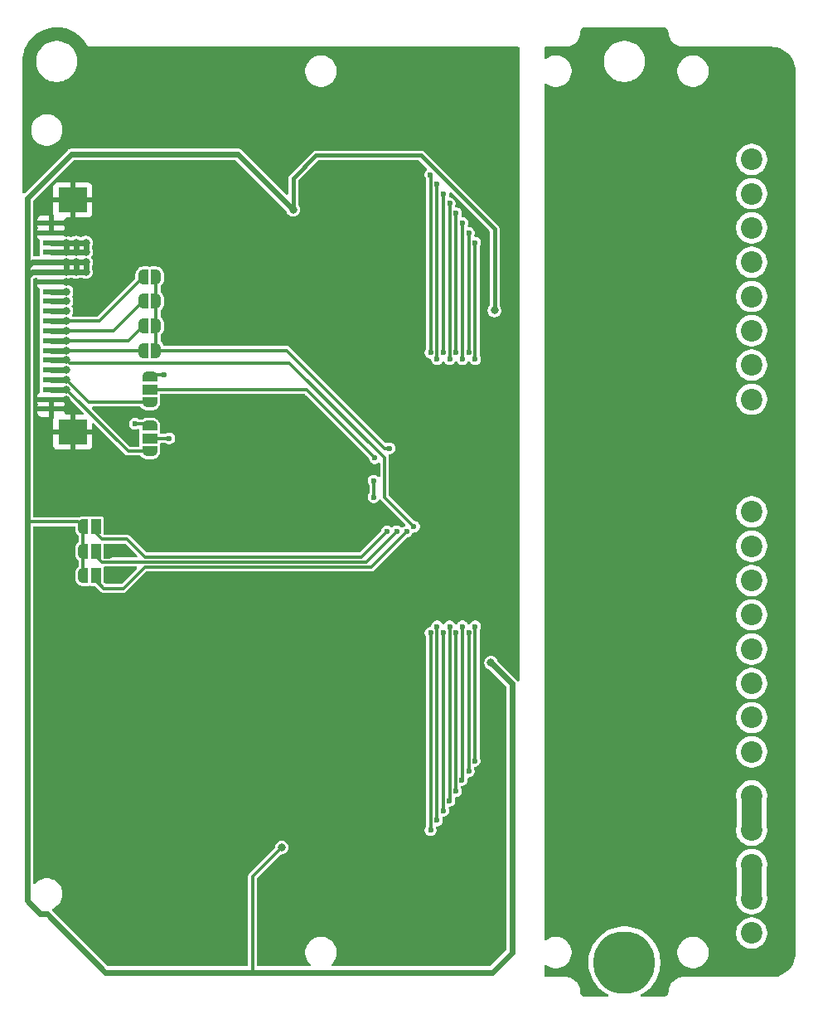
<source format=gbr>
%TF.GenerationSoftware,KiCad,Pcbnew,9.0.3*%
%TF.CreationDate,2025-09-01T16:02:37+03:00*%
%TF.ProjectId,PMCNV-DI16,504d434e-562d-4444-9931-362e6b696361,rev?*%
%TF.SameCoordinates,Original*%
%TF.FileFunction,Copper,L2,Bot*%
%TF.FilePolarity,Positive*%
%FSLAX46Y46*%
G04 Gerber Fmt 4.6, Leading zero omitted, Abs format (unit mm)*
G04 Created by KiCad (PCBNEW 9.0.3) date 2025-09-01 16:02:37*
%MOMM*%
%LPD*%
G01*
G04 APERTURE LIST*
G04 Aperture macros list*
%AMFreePoly0*
4,1,23,0.500000,-0.750000,0.000000,-0.750000,0.000000,-0.745722,-0.065263,-0.745722,-0.191342,-0.711940,-0.304381,-0.646677,-0.396677,-0.554381,-0.461940,-0.441342,-0.495722,-0.315263,-0.495722,-0.250000,-0.500000,-0.250000,-0.500000,0.250000,-0.495722,0.250000,-0.495722,0.315263,-0.461940,0.441342,-0.396677,0.554381,-0.304381,0.646677,-0.191342,0.711940,-0.065263,0.745722,0.000000,0.745722,
0.000000,0.750000,0.500000,0.750000,0.500000,-0.750000,0.500000,-0.750000,$1*%
%AMFreePoly1*
4,1,23,0.000000,0.745722,0.065263,0.745722,0.191342,0.711940,0.304381,0.646677,0.396677,0.554381,0.461940,0.441342,0.495722,0.315263,0.495722,0.250000,0.500000,0.250000,0.500000,-0.250000,0.495722,-0.250000,0.495722,-0.315263,0.461940,-0.441342,0.396677,-0.554381,0.304381,-0.646677,0.191342,-0.711940,0.065263,-0.745722,0.000000,-0.745722,0.000000,-0.750000,-0.500000,-0.750000,
-0.500000,0.750000,0.000000,0.750000,0.000000,0.745722,0.000000,0.745722,$1*%
%AMFreePoly2*
4,1,23,0.550000,-0.750000,0.000000,-0.750000,0.000000,-0.745722,-0.065263,-0.745722,-0.191342,-0.711940,-0.304381,-0.646677,-0.396677,-0.554381,-0.461940,-0.441342,-0.495722,-0.315263,-0.495722,-0.250000,-0.500000,-0.250000,-0.500000,0.250000,-0.495722,0.250000,-0.495722,0.315263,-0.461940,0.441342,-0.396677,0.554381,-0.304381,0.646677,-0.191342,0.711940,-0.065263,0.745722,0.000000,0.745722,
0.000000,0.750000,0.550000,0.750000,0.550000,-0.750000,0.550000,-0.750000,$1*%
%AMFreePoly3*
4,1,23,0.000000,0.745722,0.065263,0.745722,0.191342,0.711940,0.304381,0.646677,0.396677,0.554381,0.461940,0.441342,0.495722,0.315263,0.495722,0.250000,0.500000,0.250000,0.500000,-0.250000,0.495722,-0.250000,0.495722,-0.315263,0.461940,-0.441342,0.396677,-0.554381,0.304381,-0.646677,0.191342,-0.711940,0.065263,-0.745722,0.000000,-0.745722,0.000000,-0.750000,-0.550000,-0.750000,
-0.550000,0.750000,0.000000,0.750000,0.000000,0.745722,0.000000,0.745722,$1*%
G04 Aperture macros list end*
%TA.AperFunction,ComponentPad*%
%ADD10C,2.200000*%
%TD*%
%TA.AperFunction,ComponentPad*%
%ADD11O,6.350000X6.350000*%
%TD*%
%TA.AperFunction,SMDPad,CuDef*%
%ADD12R,1.800000X0.600000*%
%TD*%
%TA.AperFunction,SMDPad,CuDef*%
%ADD13R,3.000000X2.600000*%
%TD*%
%TA.AperFunction,SMDPad,CuDef*%
%ADD14FreePoly0,0.000000*%
%TD*%
%TA.AperFunction,SMDPad,CuDef*%
%ADD15FreePoly1,0.000000*%
%TD*%
%TA.AperFunction,SMDPad,CuDef*%
%ADD16FreePoly2,180.000000*%
%TD*%
%TA.AperFunction,SMDPad,CuDef*%
%ADD17R,1.000000X1.500000*%
%TD*%
%TA.AperFunction,SMDPad,CuDef*%
%ADD18FreePoly3,180.000000*%
%TD*%
%TA.AperFunction,SMDPad,CuDef*%
%ADD19FreePoly2,90.000000*%
%TD*%
%TA.AperFunction,SMDPad,CuDef*%
%ADD20R,1.500000X1.000000*%
%TD*%
%TA.AperFunction,SMDPad,CuDef*%
%ADD21FreePoly3,90.000000*%
%TD*%
%TA.AperFunction,ViaPad*%
%ADD22C,0.600000*%
%TD*%
%TA.AperFunction,ViaPad*%
%ADD23C,0.800000*%
%TD*%
%TA.AperFunction,Conductor*%
%ADD24C,0.300000*%
%TD*%
%TA.AperFunction,Conductor*%
%ADD25C,0.600000*%
%TD*%
%TA.AperFunction,Conductor*%
%ADD26C,0.400000*%
%TD*%
%TA.AperFunction,Conductor*%
%ADD27C,2.000000*%
%TD*%
G04 APERTURE END LIST*
D10*
%TO.P,J6,1,Pin_1*%
%TO.N,/PE*%
X35000000Y-43000000D03*
%TO.P,J6,2,Pin_2*%
%TO.N,GND_CNV*%
X35000000Y-39500000D03*
%TO.P,J6,3,Pin_3*%
X35000000Y-36000000D03*
%TO.P,J6,4,Pin_4*%
%TO.N,L+_CNV*%
X35000000Y-32500000D03*
%TO.P,J6,5,Pin_5*%
X35000000Y-29000000D03*
%TD*%
%TO.P,J4,1,Pin_1*%
%TO.N,/b.7_in*%
X35000000Y-24500000D03*
%TO.P,J4,2,Pin_2*%
%TO.N,/b.6_in*%
X35000000Y-21000000D03*
%TO.P,J4,3,Pin_3*%
%TO.N,/b.5_in*%
X35000000Y-17500000D03*
%TO.P,J4,4,Pin_4*%
%TO.N,/b.4_in*%
X35000000Y-14000000D03*
%TO.P,J4,5,Pin_5*%
%TO.N,/b.3_in*%
X35000000Y-10500000D03*
%TO.P,J4,6,Pin_6*%
%TO.N,/b.2_in*%
X35000000Y-7000000D03*
%TO.P,J4,7,Pin_7*%
%TO.N,/b.1_in*%
X35000000Y-3500000D03*
%TO.P,J4,8,Pin_8*%
%TO.N,/b.0_in*%
X35000000Y0D03*
%TO.P,J4,9,Pin_9*%
%TO.N,/COM_CNV*%
X35000000Y3500000D03*
%TO.P,J4,10,Pin_10*%
X35000000Y7000000D03*
%TD*%
D11*
%TO.P,PE1,1*%
%TO.N,/PE*%
X22000000Y-46000000D03*
%TD*%
D10*
%TO.P,J3,1,Pin_1*%
%TO.N,/a.7_in*%
X35000000Y11500000D03*
%TO.P,J3,2,Pin_2*%
%TO.N,/a.6_in*%
X35000000Y15000000D03*
%TO.P,J3,3,Pin_3*%
%TO.N,/a.5_in*%
X35000000Y18500000D03*
%TO.P,J3,4,Pin_4*%
%TO.N,/a.4_in*%
X35000000Y22000000D03*
%TO.P,J3,5,Pin_5*%
%TO.N,/a.3_in*%
X35000000Y25500000D03*
%TO.P,J3,6,Pin_6*%
%TO.N,/a.2_in*%
X35000000Y29000000D03*
%TO.P,J3,7,Pin_7*%
%TO.N,/a.1_in*%
X35000000Y32500000D03*
%TO.P,J3,8,Pin_8*%
%TO.N,/a.0_in*%
X35000000Y36000000D03*
%TO.P,J3,9,Pin_9*%
%TO.N,/COM_CNV*%
X35000000Y39500000D03*
%TO.P,J3,10,Pin_10*%
X35000000Y43000000D03*
%TD*%
D12*
%TO.P,JM2,1,Pin_1*%
%TO.N,GND_MCU*%
X-36546000Y29500000D03*
%TO.P,JM2,2,Pin_2*%
X-36546000Y28500000D03*
%TO.P,JM2,3,Pin_3*%
%TO.N,+5V_MCU*%
X-36546000Y27500000D03*
%TO.P,JM2,4,Pin_4*%
X-36546000Y26500000D03*
%TO.P,JM2,5,Pin_5*%
%TO.N,+3.3V_MCU*%
X-36546000Y25500000D03*
%TO.P,JM2,6,Pin_6*%
X-36546000Y24500000D03*
%TO.P,JM2,7,Pin_7*%
%TO.N,GND_MCU*%
X-36546000Y23500000D03*
%TO.P,JM2,8,Pin_8*%
%TO.N,/MOSI_MCU*%
X-36546000Y22500000D03*
%TO.P,JM2,9,Pin_9*%
%TO.N,/MISO_MCU*%
X-36546000Y21500000D03*
%TO.P,JM2,10,Pin_10*%
%TO.N,/SCK_MCU*%
X-36546000Y20500000D03*
%TO.P,JM2,11,Pin_11*%
%TO.N,/CS0_MCU*%
X-36546000Y19500000D03*
%TO.P,JM2,12,Pin_11*%
%TO.N,/CS1_MCU*%
X-36546000Y18500000D03*
%TO.P,JM2,13,Pin_11*%
%TO.N,/CS2_MCU*%
X-36546000Y17500000D03*
%TO.P,JM2,14,Pin_11*%
%TO.N,/CS3_MCU*%
X-36546000Y16500000D03*
%TO.P,JM2,15,Pin_11*%
%TO.N,/RST*%
X-36546000Y15500000D03*
%TO.P,JM2,16,Pin_11*%
%TO.N,Net-(JM1-Pin_5)*%
X-36546000Y14500000D03*
%TO.P,JM2,17,Pin_11*%
%TO.N,/SDA_MCU*%
X-36546000Y13500000D03*
%TO.P,JM2,18,Pin_11*%
%TO.N,/SCL_MCU*%
X-36546000Y12500000D03*
%TO.P,JM2,19,Pin_11*%
%TO.N,GND_MCU*%
X-36546000Y11500000D03*
%TO.P,JM2,20,Pin_11*%
X-36546000Y10500000D03*
D13*
%TO.P,JM2,MP1,Pin_11*%
X-34375000Y31850000D03*
%TO.P,JM2,MP2,Pin_11*%
X-34375000Y8150000D03*
%TD*%
D14*
%TO.P,JP2,1,A*%
%TO.N,/CS1_MCU*%
X-27150000Y21500000D03*
D15*
%TO.P,JP2,2,B*%
%TO.N,/CS_MCU*%
X-25850000Y21500000D03*
%TD*%
D14*
%TO.P,JP4,1,A*%
%TO.N,/CS3_MCU*%
X-27150000Y16500000D03*
D15*
%TO.P,JP4,2,B*%
%TO.N,/CS_MCU*%
X-25850000Y16500000D03*
%TD*%
D14*
%TO.P,JP3,1,A*%
%TO.N,/CS2_MCU*%
X-27150000Y19000000D03*
D15*
%TO.P,JP3,2,B*%
%TO.N,/CS_MCU*%
X-25850000Y19000000D03*
%TD*%
D14*
%TO.P,JP1,1,A*%
%TO.N,/CS0_MCU*%
X-27150000Y24000000D03*
D15*
%TO.P,JP1,2,B*%
%TO.N,/CS_MCU*%
X-25850000Y24000000D03*
%TD*%
D16*
%TO.P,JP6,1,A*%
%TO.N,GND_MCU*%
X-30700000Y-4000000D03*
D17*
%TO.P,JP6,2,C*%
%TO.N,/A1*%
X-32000000Y-4000000D03*
D18*
%TO.P,JP6,3,B*%
%TO.N,+3.3V_MCU*%
X-33300000Y-4000000D03*
%TD*%
D19*
%TO.P,JP8,1,A*%
%TO.N,/SDA_MCU*%
X-26500000Y11200000D03*
D20*
%TO.P,JP8,2,C*%
%TO.N,Net-(JP8-C)*%
X-26500000Y12500000D03*
D21*
%TO.P,JP8,3,B*%
%TO.N,/MOSI_MCU*%
X-26500000Y13800000D03*
%TD*%
D16*
%TO.P,JP5,1,A*%
%TO.N,GND_MCU*%
X-30700000Y-1500000D03*
D17*
%TO.P,JP5,2,C*%
%TO.N,/A0*%
X-32000000Y-1500000D03*
D18*
%TO.P,JP5,3,B*%
%TO.N,+3.3V_MCU*%
X-33300000Y-1500000D03*
%TD*%
D16*
%TO.P,JP7,1,A*%
%TO.N,GND_MCU*%
X-30700000Y-6500000D03*
D17*
%TO.P,JP7,2,C*%
%TO.N,/A2*%
X-32000000Y-6500000D03*
D18*
%TO.P,JP7,3,B*%
%TO.N,+3.3V_MCU*%
X-33300000Y-6500000D03*
%TD*%
D19*
%TO.P,JP9,1,A*%
%TO.N,/SCL_MCU*%
X-26500000Y6200000D03*
D20*
%TO.P,JP9,2,C*%
%TO.N,Net-(JP9-C)*%
X-26500000Y7500000D03*
D21*
%TO.P,JP9,3,B*%
%TO.N,/SCK_MCU*%
X-26500000Y8800000D03*
%TD*%
D22*
%TO.N,/CS_MCU*%
X-2000000Y6500000D03*
D23*
%TO.N,GND_MCU*%
X4000000Y-1000000D03*
D22*
X-34000000Y38500000D03*
D23*
X5000000Y0D03*
D22*
X-31500000Y40000000D03*
D23*
X-35000000Y23500000D03*
X-35000000Y6000000D03*
X-35000000Y10500000D03*
D22*
X-30000000Y40000000D03*
X10950000Y20700000D03*
X-29600000Y-4000000D03*
D23*
X-32000000Y33000000D03*
X6000000Y1000000D03*
X-3000000Y-23000000D03*
D22*
X-29600000Y-6400000D03*
X10786526Y-14922499D03*
D23*
X6000000Y-1000000D03*
X-3000000Y-22000000D03*
X-33000000Y6000000D03*
X-3000000Y-21000000D03*
X4000000Y1000000D03*
X-32000000Y31000000D03*
X-34000000Y6000000D03*
X-36000000Y6000000D03*
X-35000000Y11500000D03*
X-32000000Y32000000D03*
X-35000000Y29500000D03*
D22*
X-33000000Y40000000D03*
D23*
X-35000000Y28500000D03*
%TO.N,/SCK_MCU*%
X-35000000Y20500000D03*
D22*
X-28000000Y9000000D03*
D23*
%TO.N,/CS3_MCU*%
X-35000000Y16500000D03*
D22*
%TO.N,/a.1*%
X2850000Y33499996D03*
X2850000Y15600000D03*
%TO.N,/a.3*%
X4150000Y31500000D03*
X4150000Y15600000D03*
%TO.N,/a.6*%
X6100000Y28500000D03*
X6100000Y16250000D03*
%TO.N,/a.5*%
X5450000Y15600000D03*
X5450000Y29500000D03*
%TO.N,/a.2*%
X3500000Y16250000D03*
X3500000Y32500000D03*
%TO.N,/a.4*%
X4800000Y30500000D03*
X4800000Y16250000D03*
%TO.N,/a.7*%
X6750000Y15600000D03*
X6750000Y27500000D03*
%TO.N,/b.3*%
X4800000Y-28500000D03*
X4800000Y-12350000D03*
%TO.N,/b.6*%
X2850000Y-11700000D03*
X2850000Y-31500000D03*
%TO.N,/b.4*%
X4150000Y-11700000D03*
X4100000Y-29500000D03*
%TO.N,/b.2*%
X5400000Y-27375000D03*
X5450000Y-11700000D03*
%TO.N,/b.5*%
X3500000Y-12350000D03*
X3500000Y-30500000D03*
%TO.N,/b.7*%
X2200000Y-32500000D03*
X2200000Y-12350000D03*
%TO.N,/a.0*%
X2192525Y34442525D03*
X2200000Y16250000D03*
%TO.N,/b.1*%
X6100000Y-12350000D03*
X6100000Y-26500000D03*
%TO.N,/b.0*%
X6700000Y-25425000D03*
X6750000Y-11700000D03*
D23*
%TO.N,/MISO_MCU*%
X-35000000Y21500000D03*
D22*
X-3600000Y1500000D03*
X-3600000Y3200000D03*
D23*
%TO.N,/CS0_MCU*%
X-35000000Y19500000D03*
%TO.N,/CS1_MCU*%
X-35000000Y18500000D03*
%TO.N,/CS2_MCU*%
X-35000000Y17500000D03*
%TO.N,+3.3V_MCU*%
X-35000000Y25500000D03*
X-34000000Y24500000D03*
X8374000Y-15398800D03*
X-33000000Y24500000D03*
X8714355Y20572500D03*
X-34000000Y25500000D03*
X-13000000Y-34249996D03*
X-35000000Y24500000D03*
X-11851500Y30883000D03*
X-33000000Y25500000D03*
D22*
%TO.N,/MOSI_MCU*%
X-25000000Y14000000D03*
D23*
X-35000000Y22500000D03*
%TO.N,+5V_MCU*%
X-35000000Y26500000D03*
X-35000000Y27500000D03*
X-33000000Y27500000D03*
X-33000000Y26500000D03*
X-34000000Y26500000D03*
X-34000000Y27500000D03*
%TO.N,/SDA_MCU*%
X-35000000Y13500000D03*
%TO.N,/SCL_MCU*%
X-35000000Y12500000D03*
D22*
%TO.N,Net-(JP8-C)*%
X-3500000Y5500000D03*
%TO.N,Net-(JP9-C)*%
X-24500000Y7500000D03*
%TO.N,/A0*%
X-2250000Y-2000000D03*
%TO.N,/A1*%
X-1250000Y-2000000D03*
%TO.N,/A2*%
X-250000Y-2016377D03*
D23*
%TO.N,/RST*%
X-35000000Y15500000D03*
D22*
X500000Y-1500000D03*
D23*
%TO.N,Net-(JM1-Pin_5)*%
X-35000000Y14500000D03*
%TD*%
D24*
%TO.N,/CS_MCU*%
X-2500000Y6500000D02*
X-12500000Y16500000D01*
X-25850000Y24000000D02*
X-25850000Y16500000D01*
X-12500000Y16500000D02*
X-25850000Y16500000D01*
X-2000000Y6500000D02*
X-2500000Y6500000D01*
%TO.N,/SCK_MCU*%
X-28000000Y9000000D02*
X-26700000Y9000000D01*
X-26700000Y9000000D02*
X-26500000Y8800000D01*
D25*
X-35000000Y20500000D02*
X-36546000Y20500000D01*
%TO.N,/CS3_MCU*%
X-35000000Y16500000D02*
X-36546000Y16500000D01*
D24*
X-27150000Y16500000D02*
X-35000000Y16500000D01*
%TO.N,/a.1*%
X2850000Y15600000D02*
X2850000Y33499996D01*
%TO.N,/a.3*%
X4150000Y15600000D02*
X4150000Y31500000D01*
%TO.N,/a.6*%
X6100000Y16250000D02*
X6100000Y28500000D01*
%TO.N,/a.5*%
X5450000Y15600000D02*
X5450000Y29500000D01*
%TO.N,/a.2*%
X3500000Y16250000D02*
X3500000Y32500000D01*
%TO.N,/a.4*%
X4800000Y16250000D02*
X4800000Y30500000D01*
%TO.N,/a.7*%
X6750000Y15600000D02*
X6750000Y27500000D01*
%TO.N,/b.3*%
X4800000Y-12350000D02*
X4800000Y-28500000D01*
%TO.N,/b.6*%
X2850000Y-11700000D02*
X2850000Y-31500000D01*
%TO.N,/b.4*%
X4100000Y-29500000D02*
X4150000Y-29450000D01*
X4150000Y-29450000D02*
X4150000Y-11700000D01*
%TO.N,/b.2*%
X5450000Y-27325000D02*
X5400000Y-27375000D01*
X5450000Y-11700000D02*
X5450000Y-27325000D01*
%TO.N,/b.5*%
X3500000Y-12350000D02*
X3500000Y-30500000D01*
%TO.N,/b.7*%
X2200000Y-12350000D02*
X2200000Y-32500000D01*
%TO.N,/a.0*%
X2200000Y34435050D02*
X2192525Y34442525D01*
X2200000Y16250000D02*
X2200000Y34435050D01*
%TO.N,/b.1*%
X6100000Y-12350000D02*
X6100000Y-26500000D01*
%TO.N,/b.0*%
X6750000Y-11700000D02*
X6750000Y-25375000D01*
X6750000Y-25375000D02*
X6700000Y-25425000D01*
%TO.N,/MISO_MCU*%
X-3600000Y1500000D02*
X-3600000Y3200000D01*
D25*
X-35000000Y21500000D02*
X-36546000Y21500000D01*
%TO.N,/CS0_MCU*%
X-35000000Y19500000D02*
X-36546000Y19500000D01*
D24*
X-27150000Y24000000D02*
X-31650000Y19500000D01*
X-31650000Y19500000D02*
X-35000000Y19500000D01*
D25*
%TO.N,/CS1_MCU*%
X-35000000Y18500000D02*
X-36546000Y18500000D01*
D24*
X-30150000Y18500000D02*
X-35000000Y18500000D01*
X-27150000Y21500000D02*
X-30150000Y18500000D01*
D25*
%TO.N,/CS2_MCU*%
X-35000000Y17500000D02*
X-36546000Y17500000D01*
D24*
X-27150000Y19000000D02*
X-28650000Y17500000D01*
X-28650000Y17500000D02*
X-35000000Y17500000D01*
D26*
%TO.N,+3.3V_MCU*%
X8714355Y20572500D02*
X8730000Y20588145D01*
D25*
X-35000000Y25500000D02*
X-35000000Y24500000D01*
X-37000000Y-41000000D02*
X-31000000Y-47000000D01*
X-36546000Y24500000D02*
X-38500000Y24500000D01*
X-37688420Y-41000000D02*
X-37000000Y-41000000D01*
D24*
X-33300000Y-1500000D02*
X-33800000Y-1000000D01*
X-13000000Y-34249996D02*
X-16000000Y-37249996D01*
D25*
X-39000000Y25000000D02*
X-39000000Y32000000D01*
X10500000Y-45000000D02*
X10500000Y-17524800D01*
X-39000000Y-39688420D02*
X-37688420Y-41000000D01*
D26*
X-11851500Y34048500D02*
X-11851500Y30883000D01*
D25*
X-33000000Y24500000D02*
X-36546000Y24500000D01*
X-16000000Y-47000000D02*
X8500000Y-47000000D01*
D24*
X-16000000Y-37249996D02*
X-16000000Y-47000000D01*
D25*
X-34500000Y36500000D02*
X-17468500Y36500000D01*
X-33000000Y25500000D02*
X-33000000Y24500000D01*
X-34000000Y25500000D02*
X-34000000Y24500000D01*
D26*
X1225000Y36400000D02*
X-9500000Y36400000D01*
D25*
X-36546000Y25500000D02*
X-38500000Y25500000D01*
X-39000000Y-1000000D02*
X-39000000Y-39688420D01*
X8500000Y-47000000D02*
X10500000Y-45000000D01*
X-31000000Y-47000000D02*
X-16000000Y-47000000D01*
X-39000000Y25000000D02*
X-39000000Y24000000D01*
X-33000000Y25500000D02*
X-36546000Y25500000D01*
X-39000000Y15000000D02*
X-39000000Y-1000000D01*
D26*
X-9500000Y36400000D02*
X-11851500Y34048500D01*
D24*
X-33800000Y-1000000D02*
X-39000000Y-1000000D01*
D25*
X-17468500Y36500000D02*
X-11851500Y30883000D01*
X-38500000Y24500000D02*
X-39000000Y24000000D01*
X-39000000Y24000000D02*
X-39000000Y15000000D01*
X-39000000Y32000000D02*
X-34500000Y36500000D01*
D24*
X-33300000Y-1500000D02*
X-33300000Y-6500000D01*
D25*
X10500000Y-17524800D02*
X8374000Y-15398800D01*
D26*
X8730000Y20588145D02*
X8730000Y28895000D01*
D25*
X-38500000Y25500000D02*
X-39000000Y25000000D01*
D26*
X8730000Y28895000D02*
X1225000Y36400000D01*
D24*
%TO.N,/MOSI_MCU*%
X-25000000Y14000000D02*
X-26300000Y14000000D01*
D25*
X-35000000Y22500000D02*
X-36546000Y22500000D01*
D24*
X-26300000Y14000000D02*
X-26500000Y13800000D01*
D25*
%TO.N,+5V_MCU*%
X-33000000Y27500000D02*
X-36546000Y27500000D01*
X-35000000Y27500000D02*
X-35000000Y26500000D01*
X-33000000Y26500000D02*
X-36546000Y26500000D01*
X-33000000Y27500000D02*
X-33000000Y26500000D01*
X-34000000Y27500000D02*
X-34000000Y26500000D01*
D24*
%TO.N,/SDA_MCU*%
X-26500000Y11200000D02*
X-32700000Y11200000D01*
D25*
X-35000000Y13500000D02*
X-36546000Y13500000D01*
D24*
X-32700000Y11200000D02*
X-35000000Y13500000D01*
D25*
%TO.N,/SCL_MCU*%
X-35000000Y12500000D02*
X-36546000Y12500000D01*
D24*
X-28700000Y6200000D02*
X-35000000Y12500000D01*
X-26500000Y6200000D02*
X-28700000Y6200000D01*
%TO.N,Net-(JP8-C)*%
X-10500000Y12500000D02*
X-26500000Y12500000D01*
X-3500000Y5500000D02*
X-10500000Y12500000D01*
X-3500000Y5577026D02*
X-3500000Y5500000D01*
%TO.N,Net-(JP9-C)*%
X-24500000Y7500000D02*
X-26500000Y7500000D01*
%TO.N,/A0*%
X-4855000Y-4605000D02*
X-2250000Y-2000000D01*
X-32000000Y-1500000D02*
X-32000000Y-2200000D01*
X-32000000Y-2200000D02*
X-31400000Y-2800000D01*
X-31400000Y-2800000D02*
X-28800000Y-2800000D01*
X-26995000Y-4605000D02*
X-4855000Y-4605000D01*
X-28800000Y-2800000D02*
X-26995000Y-4605000D01*
%TO.N,/A1*%
X-31397462Y-5106000D02*
X-4356000Y-5106000D01*
X-32000000Y-4503462D02*
X-31397462Y-5106000D01*
X-32000000Y-4000000D02*
X-32000000Y-4503462D01*
X-4356000Y-5106000D02*
X-1250000Y-2000000D01*
%TO.N,/A2*%
X-32000000Y-6500000D02*
X-32000000Y-7003462D01*
X-3840623Y-5607000D02*
X-250000Y-2016377D01*
X-27007000Y-5607000D02*
X-3840623Y-5607000D01*
X-31203462Y-7800000D02*
X-29200000Y-7800000D01*
X-32000000Y-7003462D02*
X-31203462Y-7800000D01*
X-29200000Y-7800000D02*
X-27007000Y-5607000D01*
%TO.N,/RST*%
X-2500000Y1500000D02*
X-2500000Y5500000D01*
X-34701000Y15201000D02*
X-35000000Y15500000D01*
X500000Y-1500000D02*
X-2500000Y1500000D01*
X-2500000Y5500000D02*
X-12201000Y15201000D01*
D25*
X-36546000Y15500000D02*
X-35000000Y15500000D01*
D24*
X-12201000Y15201000D02*
X-34701000Y15201000D01*
D27*
%TO.N,GND_CNV*%
X35000000Y-36000000D02*
X35000000Y-39500000D01*
%TO.N,L+_CNV*%
X35000000Y-29000000D02*
X35000000Y-32500000D01*
D25*
%TO.N,Net-(JM1-Pin_5)*%
X-35000000Y14500000D02*
X-36546000Y14500000D01*
%TD*%
%TA.AperFunction,Conductor*%
%TO.N,GND_MCU*%
G36*
X-35672900Y49483902D02*
G01*
X-35661155Y49482779D01*
X-35342866Y49436967D01*
X-35331288Y49434733D01*
X-35018801Y49358842D01*
X-35007498Y49355520D01*
X-34703637Y49250233D01*
X-34692689Y49245845D01*
X-34448813Y49134336D01*
X-34400247Y49112130D01*
X-34389751Y49106712D01*
X-34354412Y49086283D01*
X-34111353Y48945774D01*
X-34101447Y48939399D01*
X-33839629Y48752701D01*
X-33830357Y48745399D01*
X-33783978Y48705150D01*
X-33587496Y48534638D01*
X-33578953Y48526479D01*
X-33357257Y48293572D01*
X-33349536Y48284646D01*
X-33150989Y48031676D01*
X-33144158Y48022061D01*
X-32968997Y47748870D01*
X-32965926Y47743820D01*
X-32934527Y47689294D01*
X-32934525Y47689292D01*
X-32841447Y47596007D01*
X-32841441Y47596003D01*
X-32727391Y47529987D01*
X-32727388Y47529986D01*
X-32600132Y47495737D01*
X-32468348Y47495591D01*
X-32468338Y47495594D01*
X-32460292Y47496643D01*
X-32460275Y47496507D01*
X-32437440Y47499500D01*
X11146000Y47499500D01*
X11213039Y47479815D01*
X11258794Y47427011D01*
X11270000Y47375500D01*
X11270000Y-17194705D01*
X11269140Y-17197633D01*
X11269860Y-17200601D01*
X11259356Y-17230951D01*
X11250315Y-17261744D01*
X11248009Y-17263742D01*
X11247010Y-17266629D01*
X11221761Y-17286485D01*
X11197511Y-17307499D01*
X11194490Y-17307933D01*
X11192090Y-17309821D01*
X11160128Y-17312874D01*
X11128353Y-17317443D01*
X11125575Y-17316174D01*
X11122537Y-17316465D01*
X11094001Y-17301755D01*
X11064797Y-17288418D01*
X11062328Y-17285427D01*
X11060433Y-17284451D01*
X11038615Y-17256709D01*
X11030640Y-17242897D01*
X11030637Y-17242892D01*
X11006221Y-17200601D01*
X10980520Y-17156084D01*
X10868716Y-17044280D01*
X10868715Y-17044279D01*
X10864385Y-17039949D01*
X10864374Y-17039939D01*
X9081297Y-15256862D01*
X9050263Y-15200027D01*
X9049349Y-15200305D01*
X9048017Y-15195914D01*
X9047812Y-15195539D01*
X9047612Y-15194579D01*
X9047581Y-15194477D01*
X9047580Y-15194472D01*
X9026458Y-15143478D01*
X8994778Y-15066995D01*
X8994771Y-15066982D01*
X8918114Y-14952258D01*
X8918111Y-14952254D01*
X8820545Y-14854688D01*
X8820541Y-14854685D01*
X8705817Y-14778028D01*
X8705804Y-14778021D01*
X8578332Y-14725221D01*
X8578322Y-14725218D01*
X8442995Y-14698300D01*
X8442993Y-14698300D01*
X8305007Y-14698300D01*
X8305005Y-14698300D01*
X8169677Y-14725218D01*
X8169667Y-14725221D01*
X8042195Y-14778021D01*
X8042182Y-14778028D01*
X7927458Y-14854685D01*
X7927454Y-14854688D01*
X7829888Y-14952254D01*
X7829885Y-14952258D01*
X7753228Y-15066982D01*
X7753221Y-15066995D01*
X7700421Y-15194467D01*
X7700418Y-15194477D01*
X7673500Y-15329804D01*
X7673500Y-15329807D01*
X7673500Y-15467793D01*
X7673500Y-15467795D01*
X7673499Y-15467795D01*
X7700418Y-15603122D01*
X7700421Y-15603132D01*
X7753221Y-15730604D01*
X7753228Y-15730617D01*
X7829885Y-15845341D01*
X7829888Y-15845345D01*
X7927454Y-15942911D01*
X7927458Y-15942914D01*
X8042182Y-16019571D01*
X8042195Y-16019578D01*
X8118678Y-16051258D01*
X8169672Y-16072380D01*
X8169679Y-16072381D01*
X8175505Y-16074149D01*
X8175075Y-16075565D01*
X8230474Y-16104537D01*
X8232062Y-16106097D01*
X9863181Y-17737216D01*
X9896666Y-17798539D01*
X9899500Y-17824897D01*
X9899500Y-44699903D01*
X9879815Y-44766942D01*
X9863181Y-44787584D01*
X8287584Y-46363181D01*
X8226261Y-46396666D01*
X8199903Y-46399500D01*
X-7836689Y-46399500D01*
X-7903728Y-46379815D01*
X-7949483Y-46327011D01*
X-7959427Y-46257853D01*
X-7930402Y-46194297D01*
X-7924370Y-46187819D01*
X-7874218Y-46137667D01*
X-7779207Y-46042656D01*
X-7631130Y-45838845D01*
X-7516759Y-45614379D01*
X-7438910Y-45374785D01*
X-7399500Y-45125962D01*
X-7399500Y-44874038D01*
X-7438910Y-44625215D01*
X-7516759Y-44385621D01*
X-7516761Y-44385618D01*
X-7516761Y-44385616D01*
X-7585987Y-44249754D01*
X-7631130Y-44161155D01*
X-7650048Y-44135117D01*
X-7779202Y-43957350D01*
X-7779206Y-43957345D01*
X-7957346Y-43779205D01*
X-7957351Y-43779201D01*
X-8161152Y-43631132D01*
X-8161153Y-43631131D01*
X-8161155Y-43631130D01*
X-8231253Y-43595413D01*
X-8385617Y-43516760D01*
X-8625215Y-43438910D01*
X-8874038Y-43399500D01*
X-9125962Y-43399500D01*
X-9250374Y-43419205D01*
X-9374786Y-43438910D01*
X-9614384Y-43516760D01*
X-9838849Y-43631132D01*
X-10042650Y-43779201D01*
X-10042655Y-43779205D01*
X-10220795Y-43957345D01*
X-10220799Y-43957350D01*
X-10368868Y-44161151D01*
X-10483240Y-44385616D01*
X-10561090Y-44625214D01*
X-10600500Y-44874038D01*
X-10600500Y-45125961D01*
X-10561090Y-45374785D01*
X-10483240Y-45614383D01*
X-10368868Y-45838848D01*
X-10220799Y-46042649D01*
X-10220795Y-46042654D01*
X-10075630Y-46187819D01*
X-10042145Y-46249142D01*
X-10047129Y-46318834D01*
X-10089001Y-46374767D01*
X-10154465Y-46399184D01*
X-10163311Y-46399500D01*
X-15425500Y-46399500D01*
X-15492539Y-46379815D01*
X-15538294Y-46327011D01*
X-15549500Y-46275500D01*
X-15549500Y-37487961D01*
X-15529815Y-37420922D01*
X-15513181Y-37400280D01*
X-13099715Y-34986815D01*
X-13038392Y-34953330D01*
X-13012034Y-34950496D01*
X-12931005Y-34950496D01*
X-12839959Y-34932385D01*
X-12795672Y-34923576D01*
X-12668189Y-34870771D01*
X-12553458Y-34794110D01*
X-12455886Y-34696538D01*
X-12379225Y-34581807D01*
X-12326420Y-34454324D01*
X-12299500Y-34318989D01*
X-12299500Y-34181003D01*
X-12299500Y-34181000D01*
X-12326419Y-34045673D01*
X-12326420Y-34045672D01*
X-12326420Y-34045668D01*
X-12326422Y-34045663D01*
X-12379222Y-33918191D01*
X-12379229Y-33918178D01*
X-12455886Y-33803454D01*
X-12455889Y-33803450D01*
X-12553455Y-33705884D01*
X-12553459Y-33705881D01*
X-12668183Y-33629224D01*
X-12668196Y-33629217D01*
X-12795668Y-33576417D01*
X-12795678Y-33576414D01*
X-12931005Y-33549496D01*
X-12931007Y-33549496D01*
X-13068993Y-33549496D01*
X-13068995Y-33549496D01*
X-13204323Y-33576414D01*
X-13204333Y-33576417D01*
X-13331805Y-33629217D01*
X-13331818Y-33629224D01*
X-13446542Y-33705881D01*
X-13446546Y-33705884D01*
X-13544112Y-33803450D01*
X-13544115Y-33803454D01*
X-13620772Y-33918178D01*
X-13620779Y-33918191D01*
X-13673579Y-34045663D01*
X-13673582Y-34045673D01*
X-13700500Y-34181000D01*
X-13700500Y-34262030D01*
X-13720185Y-34329069D01*
X-13736819Y-34349711D01*
X-16360487Y-36973379D01*
X-16360491Y-36973385D01*
X-16419799Y-37076108D01*
X-16419800Y-37076113D01*
X-16450500Y-37190687D01*
X-16450500Y-46275500D01*
X-16470185Y-46342539D01*
X-16522989Y-46388294D01*
X-16574500Y-46399500D01*
X-30699903Y-46399500D01*
X-30766942Y-46379815D01*
X-30787584Y-46363181D01*
X-36455309Y-40695456D01*
X-36488794Y-40634133D01*
X-36483810Y-40564441D01*
X-36441938Y-40508508D01*
X-36405949Y-40489845D01*
X-36385621Y-40483241D01*
X-36161155Y-40368870D01*
X-35957344Y-40220793D01*
X-35779207Y-40042656D01*
X-35631130Y-39838845D01*
X-35516759Y-39614379D01*
X-35438910Y-39374785D01*
X-35399500Y-39125962D01*
X-35399500Y-38874038D01*
X-35438910Y-38625215D01*
X-35516759Y-38385621D01*
X-35516761Y-38385618D01*
X-35516761Y-38385616D01*
X-35558253Y-38304184D01*
X-35631130Y-38161155D01*
X-35650048Y-38135117D01*
X-35779202Y-37957350D01*
X-35779206Y-37957345D01*
X-35957346Y-37779205D01*
X-35957351Y-37779201D01*
X-36161152Y-37631132D01*
X-36161153Y-37631131D01*
X-36161155Y-37631130D01*
X-36231253Y-37595413D01*
X-36385617Y-37516760D01*
X-36625215Y-37438910D01*
X-36738786Y-37420922D01*
X-36874038Y-37399500D01*
X-37125962Y-37399500D01*
X-37250374Y-37419205D01*
X-37374786Y-37438910D01*
X-37614384Y-37516760D01*
X-37838849Y-37631132D01*
X-38042650Y-37779201D01*
X-38042655Y-37779205D01*
X-38187819Y-37924370D01*
X-38249142Y-37957855D01*
X-38318834Y-37952871D01*
X-38374767Y-37910999D01*
X-38399184Y-37845535D01*
X-38399500Y-37836689D01*
X-38399500Y-12270943D01*
X1599500Y-12270943D01*
X1599500Y-12429056D01*
X1640423Y-12581783D01*
X1640426Y-12581790D01*
X1719473Y-12718706D01*
X1719477Y-12718712D01*
X1719480Y-12718716D01*
X1719482Y-12718718D01*
X1723872Y-12724438D01*
X1749069Y-12789606D01*
X1749500Y-12799930D01*
X1749500Y-32050069D01*
X1729815Y-32117108D01*
X1723875Y-32125557D01*
X1719475Y-32131290D01*
X1640426Y-32268209D01*
X1640423Y-32268216D01*
X1599500Y-32420943D01*
X1599500Y-32579056D01*
X1640423Y-32731783D01*
X1640426Y-32731790D01*
X1719475Y-32868709D01*
X1719479Y-32868714D01*
X1719480Y-32868716D01*
X1831284Y-32980520D01*
X1831286Y-32980521D01*
X1831290Y-32980524D01*
X1968209Y-33059573D01*
X1968216Y-33059577D01*
X2120943Y-33100500D01*
X2120945Y-33100500D01*
X2279055Y-33100500D01*
X2279057Y-33100500D01*
X2431784Y-33059577D01*
X2568716Y-32980520D01*
X2680520Y-32868716D01*
X2759577Y-32731784D01*
X2800500Y-32579057D01*
X2800500Y-32420943D01*
X2759577Y-32268216D01*
X2759576Y-32268214D01*
X2757473Y-32260365D01*
X2759809Y-32259739D01*
X2753658Y-32202472D01*
X2784939Y-32139996D01*
X2845031Y-32104349D01*
X2875686Y-32100500D01*
X2929055Y-32100500D01*
X2929057Y-32100500D01*
X3081784Y-32059577D01*
X3218716Y-31980520D01*
X3330520Y-31868716D01*
X3409577Y-31731784D01*
X3450500Y-31579057D01*
X3450500Y-31420943D01*
X3409577Y-31268216D01*
X3409576Y-31268214D01*
X3407473Y-31260365D01*
X3409809Y-31259739D01*
X3403658Y-31202472D01*
X3434939Y-31139996D01*
X3495031Y-31104349D01*
X3525686Y-31100500D01*
X3579055Y-31100500D01*
X3579057Y-31100500D01*
X3731784Y-31059577D01*
X3868716Y-30980520D01*
X3980520Y-30868716D01*
X4059577Y-30731784D01*
X4100500Y-30579057D01*
X4100500Y-30420943D01*
X4059577Y-30268216D01*
X4059576Y-30268214D01*
X4057473Y-30260365D01*
X4059809Y-30259739D01*
X4053658Y-30202472D01*
X4084939Y-30139996D01*
X4145031Y-30104349D01*
X4175686Y-30100500D01*
X4179055Y-30100500D01*
X4179057Y-30100500D01*
X4331784Y-30059577D01*
X4468716Y-29980520D01*
X4580520Y-29868716D01*
X4659577Y-29731784D01*
X4700500Y-29579057D01*
X4700500Y-29420943D01*
X4659577Y-29268216D01*
X4659576Y-29268214D01*
X4657473Y-29260365D01*
X4659809Y-29259739D01*
X4653658Y-29202472D01*
X4684939Y-29139996D01*
X4745031Y-29104349D01*
X4775686Y-29100500D01*
X4879055Y-29100500D01*
X4879057Y-29100500D01*
X5031784Y-29059577D01*
X5168716Y-28980520D01*
X5280520Y-28868716D01*
X5359577Y-28731784D01*
X5400500Y-28579057D01*
X5400500Y-28420943D01*
X5359577Y-28268216D01*
X5297964Y-28161499D01*
X5281492Y-28093599D01*
X5304345Y-28027573D01*
X5359266Y-27984382D01*
X5405352Y-27975500D01*
X5479055Y-27975500D01*
X5479057Y-27975500D01*
X5631784Y-27934577D01*
X5768716Y-27855520D01*
X5880520Y-27743716D01*
X5959577Y-27606784D01*
X6000500Y-27454057D01*
X6000500Y-27295943D01*
X5989956Y-27256592D01*
X5991619Y-27186743D01*
X6030782Y-27128881D01*
X6095010Y-27101377D01*
X6109731Y-27100500D01*
X6179055Y-27100500D01*
X6179057Y-27100500D01*
X6331784Y-27059577D01*
X6468716Y-26980520D01*
X6580520Y-26868716D01*
X6659577Y-26731784D01*
X6700500Y-26579057D01*
X6700500Y-26420943D01*
X6659577Y-26268216D01*
X6626831Y-26211499D01*
X6610359Y-26143600D01*
X6633212Y-26077573D01*
X6688133Y-26034382D01*
X6734219Y-26025500D01*
X6779055Y-26025500D01*
X6779057Y-26025500D01*
X6931784Y-25984577D01*
X7068716Y-25905520D01*
X7180520Y-25793716D01*
X7259577Y-25656784D01*
X7300500Y-25504057D01*
X7300500Y-25345943D01*
X7259577Y-25193216D01*
X7217112Y-25119663D01*
X7200500Y-25057664D01*
X7200500Y-12149930D01*
X7220185Y-12082891D01*
X7226128Y-12074438D01*
X7230512Y-12068723D01*
X7230520Y-12068716D01*
X7309577Y-11931784D01*
X7350500Y-11779057D01*
X7350500Y-11620943D01*
X7309577Y-11468216D01*
X7292612Y-11438832D01*
X7230524Y-11331290D01*
X7230518Y-11331282D01*
X7118717Y-11219481D01*
X7118709Y-11219475D01*
X6981790Y-11140426D01*
X6981786Y-11140424D01*
X6981784Y-11140423D01*
X6829057Y-11099500D01*
X6670943Y-11099500D01*
X6518216Y-11140423D01*
X6518209Y-11140426D01*
X6381290Y-11219475D01*
X6381282Y-11219481D01*
X6269481Y-11331282D01*
X6269477Y-11331287D01*
X6207387Y-11438832D01*
X6156820Y-11487047D01*
X6088213Y-11500271D01*
X6023348Y-11474303D01*
X5992613Y-11438832D01*
X5930522Y-11331287D01*
X5930518Y-11331282D01*
X5818717Y-11219481D01*
X5818709Y-11219475D01*
X5681790Y-11140426D01*
X5681786Y-11140424D01*
X5681784Y-11140423D01*
X5529057Y-11099500D01*
X5370943Y-11099500D01*
X5218216Y-11140423D01*
X5218209Y-11140426D01*
X5081290Y-11219475D01*
X5081282Y-11219481D01*
X4969481Y-11331282D01*
X4969477Y-11331287D01*
X4907387Y-11438832D01*
X4856820Y-11487047D01*
X4788213Y-11500271D01*
X4723348Y-11474303D01*
X4692613Y-11438832D01*
X4630522Y-11331287D01*
X4630518Y-11331282D01*
X4518717Y-11219481D01*
X4518709Y-11219475D01*
X4381790Y-11140426D01*
X4381786Y-11140424D01*
X4381784Y-11140423D01*
X4229057Y-11099500D01*
X4070943Y-11099500D01*
X3918216Y-11140423D01*
X3918209Y-11140426D01*
X3781290Y-11219475D01*
X3781282Y-11219481D01*
X3669481Y-11331282D01*
X3669477Y-11331287D01*
X3607387Y-11438832D01*
X3556820Y-11487047D01*
X3488213Y-11500271D01*
X3423348Y-11474303D01*
X3392613Y-11438832D01*
X3330522Y-11331287D01*
X3330518Y-11331282D01*
X3218717Y-11219481D01*
X3218709Y-11219475D01*
X3081790Y-11140426D01*
X3081786Y-11140424D01*
X3081784Y-11140423D01*
X2929057Y-11099500D01*
X2770943Y-11099500D01*
X2618216Y-11140423D01*
X2618209Y-11140426D01*
X2481290Y-11219475D01*
X2481282Y-11219481D01*
X2369481Y-11331282D01*
X2369475Y-11331290D01*
X2290426Y-11468209D01*
X2290423Y-11468216D01*
X2249500Y-11620943D01*
X2249500Y-11625500D01*
X2229815Y-11692539D01*
X2177011Y-11738294D01*
X2125500Y-11749500D01*
X2120943Y-11749500D01*
X1968216Y-11790423D01*
X1968209Y-11790426D01*
X1831290Y-11869475D01*
X1831282Y-11869481D01*
X1719481Y-11981282D01*
X1719475Y-11981290D01*
X1640426Y-12118209D01*
X1640423Y-12118216D01*
X1599500Y-12270943D01*
X-38399500Y-12270943D01*
X-38399500Y-1574500D01*
X-38379815Y-1507461D01*
X-38327011Y-1461706D01*
X-38275500Y-1450500D01*
X-34229500Y-1450500D01*
X-34162461Y-1470185D01*
X-34116706Y-1522989D01*
X-34105500Y-1574500D01*
X-34105500Y-1815833D01*
X-34095091Y-1894893D01*
X-34061014Y-2022067D01*
X-34030501Y-2095734D01*
X-34030493Y-2095750D01*
X-33964675Y-2209749D01*
X-33964663Y-2209767D01*
X-33916120Y-2273028D01*
X-33916112Y-2273037D01*
X-33823032Y-2366117D01*
X-33823028Y-2366120D01*
X-33799013Y-2384547D01*
X-33757811Y-2440974D01*
X-33750500Y-2482922D01*
X-33750500Y-3017077D01*
X-33770185Y-3084116D01*
X-33799012Y-3115451D01*
X-33823026Y-3133878D01*
X-33823037Y-3133888D01*
X-33916120Y-3226971D01*
X-33964663Y-3290232D01*
X-33964675Y-3290250D01*
X-34030493Y-3404249D01*
X-34030501Y-3404265D01*
X-34061014Y-3477932D01*
X-34095091Y-3605106D01*
X-34105500Y-3684166D01*
X-34105500Y-4315833D01*
X-34095091Y-4394893D01*
X-34061014Y-4522067D01*
X-34030501Y-4595734D01*
X-34030493Y-4595750D01*
X-33964675Y-4709749D01*
X-33964663Y-4709767D01*
X-33916120Y-4773028D01*
X-33916112Y-4773037D01*
X-33823032Y-4866117D01*
X-33823028Y-4866120D01*
X-33799013Y-4884547D01*
X-33757811Y-4940974D01*
X-33750500Y-4982922D01*
X-33750500Y-5517077D01*
X-33770185Y-5584116D01*
X-33799012Y-5615451D01*
X-33823026Y-5633878D01*
X-33823037Y-5633888D01*
X-33916120Y-5726971D01*
X-33964663Y-5790232D01*
X-33964675Y-5790250D01*
X-34030493Y-5904249D01*
X-34030501Y-5904265D01*
X-34061014Y-5977932D01*
X-34095091Y-6105106D01*
X-34105500Y-6184166D01*
X-34105500Y-6815833D01*
X-34095091Y-6894893D01*
X-34061014Y-7022067D01*
X-34030501Y-7095734D01*
X-34030493Y-7095750D01*
X-33964675Y-7209749D01*
X-33964663Y-7209767D01*
X-33916120Y-7273028D01*
X-33916112Y-7273037D01*
X-33823037Y-7366112D01*
X-33823029Y-7366119D01*
X-33759768Y-7414662D01*
X-33759764Y-7414664D01*
X-33759757Y-7414670D01*
X-33759750Y-7414674D01*
X-33645751Y-7480492D01*
X-33645735Y-7480500D01*
X-33596624Y-7500842D01*
X-33572064Y-7511015D01*
X-33444897Y-7545090D01*
X-33365826Y-7555500D01*
X-33365819Y-7555500D01*
X-32750002Y-7555500D01*
X-32750000Y-7555500D01*
X-32721812Y-7554197D01*
X-32663444Y-7537589D01*
X-32593578Y-7538175D01*
X-32579422Y-7543421D01*
X-32569991Y-7547585D01*
X-32544865Y-7550500D01*
X-32141428Y-7550499D01*
X-32074389Y-7570183D01*
X-32053748Y-7586817D01*
X-31480076Y-8160490D01*
X-31377349Y-8219799D01*
X-31353141Y-8226284D01*
X-31353138Y-8226286D01*
X-31353137Y-8226286D01*
X-31323015Y-8234357D01*
X-31262771Y-8250500D01*
X-31262769Y-8250500D01*
X-29140692Y-8250500D01*
X-29140691Y-8250500D01*
X-29050327Y-8226286D01*
X-29026113Y-8219799D01*
X-28923386Y-8160489D01*
X-26856716Y-6093819D01*
X-26795393Y-6060334D01*
X-26769035Y-6057500D01*
X-3781315Y-6057500D01*
X-3781314Y-6057500D01*
X-3690950Y-6033286D01*
X-3666736Y-6026799D01*
X-3564009Y-5967489D01*
X-249595Y-2653075D01*
X-188274Y-2619592D01*
X-178099Y-2617819D01*
X-170946Y-2616877D01*
X-170943Y-2616877D01*
X-18216Y-2575954D01*
X118716Y-2496897D01*
X230520Y-2385093D01*
X309577Y-2248161D01*
X324516Y-2192404D01*
X360881Y-2132746D01*
X423728Y-2102217D01*
X444291Y-2100500D01*
X579055Y-2100500D01*
X579057Y-2100500D01*
X731784Y-2059577D01*
X868716Y-1980520D01*
X980520Y-1868716D01*
X1059577Y-1731784D01*
X1100500Y-1579057D01*
X1100500Y-1420943D01*
X1059577Y-1268216D01*
X1043992Y-1241221D01*
X980524Y-1131290D01*
X980518Y-1131282D01*
X868717Y-1019481D01*
X868709Y-1019475D01*
X731790Y-940426D01*
X731786Y-940424D01*
X731784Y-940423D01*
X579057Y-899500D01*
X579050Y-899498D01*
X571893Y-898556D01*
X507997Y-870287D01*
X500403Y-863299D01*
X-2013181Y1650285D01*
X-2046666Y1711608D01*
X-2049500Y1737966D01*
X-2049500Y5559307D01*
X-2049500Y5559309D01*
X-2080201Y5673886D01*
X-2080201Y5673887D01*
X-2104748Y5716404D01*
X-2106274Y5719413D01*
X-2112068Y5750583D01*
X-2119544Y5781400D01*
X-2118407Y5784687D01*
X-2119042Y5788106D01*
X-2107060Y5817471D01*
X-2096691Y5847427D01*
X-2093959Y5849576D01*
X-2092644Y5852797D01*
X-2066690Y5871021D01*
X-2041770Y5890618D01*
X-2037648Y5891413D01*
X-2035462Y5892947D01*
X-2028126Y5893248D01*
X-1995684Y5899500D01*
X-1920945Y5899500D01*
X-1920943Y5899500D01*
X-1768216Y5940423D01*
X-1631284Y6019480D01*
X-1519480Y6131284D01*
X-1440423Y6268216D01*
X-1399500Y6420943D01*
X-1399500Y6579057D01*
X-1440423Y6731784D01*
X-1481052Y6802156D01*
X-1519476Y6868710D01*
X-1519482Y6868718D01*
X-1631283Y6980519D01*
X-1631291Y6980525D01*
X-1768210Y7059574D01*
X-1768214Y7059576D01*
X-1768216Y7059577D01*
X-1920943Y7100500D01*
X-2079057Y7100500D01*
X-2231784Y7059577D01*
X-2270278Y7037353D01*
X-2338179Y7020883D01*
X-2404205Y7043736D01*
X-2419957Y7057061D01*
X-12223384Y16860487D01*
X-12223386Y16860489D01*
X-12274750Y16890144D01*
X-12326112Y16919799D01*
X-12338220Y16923043D01*
X-12350327Y16926287D01*
X-12350330Y16926288D01*
X-12388522Y16936522D01*
X-12440691Y16950500D01*
X-12440692Y16950500D01*
X-24976488Y16950500D01*
X-25043527Y16970185D01*
X-25089282Y17022989D01*
X-25091049Y17027047D01*
X-25113066Y17080201D01*
X-25119504Y17095743D01*
X-25119506Y17095746D01*
X-25119508Y17095751D01*
X-25185326Y17209750D01*
X-25185330Y17209757D01*
X-25233880Y17273028D01*
X-25233881Y17273029D01*
X-25233888Y17273037D01*
X-25326963Y17366112D01*
X-25326969Y17366117D01*
X-25326972Y17366120D01*
X-25334194Y17371662D01*
X-25350988Y17384549D01*
X-25392190Y17440977D01*
X-25399500Y17482923D01*
X-25399500Y18017078D01*
X-25379815Y18084117D01*
X-25350989Y18115452D01*
X-25326972Y18133880D01*
X-25326969Y18133883D01*
X-25326963Y18133888D01*
X-25233888Y18226963D01*
X-25233885Y18226968D01*
X-25233880Y18226972D01*
X-25185330Y18290243D01*
X-25119504Y18404257D01*
X-25088985Y18477936D01*
X-25054910Y18605103D01*
X-25044500Y18684174D01*
X-25044500Y19315826D01*
X-25054910Y19394897D01*
X-25088985Y19522064D01*
X-25099158Y19546624D01*
X-25119500Y19595735D01*
X-25119508Y19595751D01*
X-25185326Y19709750D01*
X-25185330Y19709757D01*
X-25233880Y19773028D01*
X-25233881Y19773029D01*
X-25233888Y19773037D01*
X-25326963Y19866112D01*
X-25326969Y19866117D01*
X-25326972Y19866120D01*
X-25334635Y19872000D01*
X-25350988Y19884549D01*
X-25392190Y19940977D01*
X-25399500Y19982923D01*
X-25399500Y20517078D01*
X-25379815Y20584117D01*
X-25350989Y20615452D01*
X-25326972Y20633880D01*
X-25326969Y20633883D01*
X-25326963Y20633888D01*
X-25233888Y20726963D01*
X-25233885Y20726968D01*
X-25233880Y20726972D01*
X-25185330Y20790243D01*
X-25119504Y20904257D01*
X-25119481Y20904311D01*
X-25111436Y20923736D01*
X-25088985Y20977936D01*
X-25054910Y21105103D01*
X-25044500Y21184174D01*
X-25044500Y21815826D01*
X-25054910Y21894897D01*
X-25088985Y22022064D01*
X-25101989Y22053458D01*
X-25119500Y22095735D01*
X-25119508Y22095751D01*
X-25185326Y22209750D01*
X-25185330Y22209757D01*
X-25233880Y22273028D01*
X-25233881Y22273029D01*
X-25233888Y22273037D01*
X-25326963Y22366112D01*
X-25326969Y22366117D01*
X-25326972Y22366120D01*
X-25334194Y22371662D01*
X-25350988Y22384549D01*
X-25392190Y22440977D01*
X-25399500Y22482923D01*
X-25399500Y23017078D01*
X-25379815Y23084117D01*
X-25350989Y23115452D01*
X-25326972Y23133880D01*
X-25326969Y23133883D01*
X-25326963Y23133888D01*
X-25233888Y23226963D01*
X-25233885Y23226968D01*
X-25233880Y23226972D01*
X-25185330Y23290243D01*
X-25119504Y23404257D01*
X-25088985Y23477936D01*
X-25054910Y23605103D01*
X-25044500Y23684174D01*
X-25044500Y24315826D01*
X-25054910Y24394897D01*
X-25088985Y24522064D01*
X-25099158Y24546624D01*
X-25119500Y24595735D01*
X-25119508Y24595751D01*
X-25185326Y24709750D01*
X-25185330Y24709757D01*
X-25233880Y24773028D01*
X-25233881Y24773029D01*
X-25233888Y24773037D01*
X-25326963Y24866112D01*
X-25326972Y24866120D01*
X-25390233Y24914663D01*
X-25390251Y24914675D01*
X-25504250Y24980493D01*
X-25504266Y24980501D01*
X-25577933Y25011014D01*
X-25577935Y25011015D01*
X-25577936Y25011015D01*
X-25705103Y25045090D01*
X-25705104Y25045091D01*
X-25705107Y25045091D01*
X-25784167Y25055500D01*
X-25784174Y25055500D01*
X-26350000Y25055500D01*
X-26352870Y25055368D01*
X-26378184Y25054198D01*
X-26378194Y25054196D01*
X-26460063Y25030902D01*
X-26529930Y25031489D01*
X-26538783Y25034538D01*
X-26539637Y25034869D01*
X-26539641Y25034870D01*
X-26650000Y25055500D01*
X-27215826Y25055500D01*
X-27215834Y25055500D01*
X-27294894Y25045091D01*
X-27422068Y25011014D01*
X-27495735Y24980501D01*
X-27495751Y24980493D01*
X-27609750Y24914675D01*
X-27609768Y24914663D01*
X-27673029Y24866120D01*
X-27766120Y24773029D01*
X-27814663Y24709768D01*
X-27814675Y24709750D01*
X-27880493Y24595751D01*
X-27880501Y24595735D01*
X-27911014Y24522068D01*
X-27945091Y24394894D01*
X-27955500Y24315834D01*
X-27955500Y23882965D01*
X-27975185Y23815926D01*
X-27991819Y23795284D01*
X-31800284Y19986819D01*
X-31861607Y19953334D01*
X-31887965Y19950500D01*
X-34292692Y19950500D01*
X-34359731Y19970185D01*
X-34405486Y20022989D01*
X-34415430Y20092147D01*
X-34395794Y20143391D01*
X-34379229Y20168183D01*
X-34379229Y20168184D01*
X-34379225Y20168189D01*
X-34326420Y20295672D01*
X-34313189Y20362187D01*
X-34299500Y20431005D01*
X-34299500Y20568996D01*
X-34326419Y20704323D01*
X-34326420Y20704324D01*
X-34326420Y20704328D01*
X-34362010Y20790251D01*
X-34379222Y20831805D01*
X-34379224Y20831809D01*
X-34379225Y20831811D01*
X-34445575Y20931110D01*
X-34466452Y20997786D01*
X-34447968Y21065166D01*
X-34445574Y21068891D01*
X-34439286Y21078301D01*
X-34379225Y21168189D01*
X-34326420Y21295672D01*
X-34299500Y21431007D01*
X-34299500Y21568993D01*
X-34299500Y21568996D01*
X-34326419Y21704323D01*
X-34326420Y21704324D01*
X-34326420Y21704328D01*
X-34372601Y21815820D01*
X-34379222Y21831805D01*
X-34379224Y21831809D01*
X-34379225Y21831811D01*
X-34445575Y21931110D01*
X-34466452Y21997786D01*
X-34447968Y22065166D01*
X-34445574Y22068891D01*
X-34379225Y22168189D01*
X-34326420Y22295672D01*
X-34317611Y22339959D01*
X-34299500Y22431005D01*
X-34299500Y22568996D01*
X-34326419Y22704323D01*
X-34326420Y22704324D01*
X-34326420Y22704328D01*
X-34326422Y22704333D01*
X-34379222Y22831805D01*
X-34379229Y22831818D01*
X-34455886Y22946542D01*
X-34455889Y22946546D01*
X-34553455Y23044112D01*
X-34553459Y23044115D01*
X-34668183Y23120772D01*
X-34668196Y23120779D01*
X-34795668Y23173579D01*
X-34795678Y23173582D01*
X-34931005Y23200500D01*
X-34931007Y23200500D01*
X-35045138Y23200500D01*
X-35112177Y23220185D01*
X-35132819Y23236819D01*
X-35146000Y23250000D01*
X-37946000Y23250000D01*
X-37946000Y23152156D01*
X-37939599Y23092628D01*
X-37939597Y23092621D01*
X-37889355Y22957914D01*
X-37889353Y22957912D01*
X-37803191Y22842814D01*
X-37803189Y22842812D01*
X-37796191Y22837573D01*
X-37754319Y22781641D01*
X-37746500Y22738305D01*
X-37746500Y22155144D01*
X-37746498Y22155118D01*
X-37743587Y22130013D01*
X-37743586Y22130012D01*
X-37743586Y22130010D01*
X-37743585Y22130009D01*
X-37708296Y22050087D01*
X-37699224Y21980809D01*
X-37708295Y21949917D01*
X-37716599Y21931109D01*
X-37743585Y21869991D01*
X-37746500Y21844869D01*
X-37746500Y21155144D01*
X-37746498Y21155118D01*
X-37743587Y21130013D01*
X-37743586Y21130012D01*
X-37743586Y21130010D01*
X-37743585Y21130009D01*
X-37708296Y21050087D01*
X-37699224Y20980809D01*
X-37708295Y20949917D01*
X-37716599Y20931109D01*
X-37743585Y20869991D01*
X-37746500Y20844869D01*
X-37746500Y20155144D01*
X-37746498Y20155118D01*
X-37743587Y20130013D01*
X-37743586Y20130012D01*
X-37743586Y20130010D01*
X-37743585Y20130009D01*
X-37708296Y20050087D01*
X-37699224Y19980809D01*
X-37708295Y19949915D01*
X-37743585Y19869991D01*
X-37746500Y19844869D01*
X-37746500Y19155144D01*
X-37746498Y19155118D01*
X-37743587Y19130013D01*
X-37743586Y19130012D01*
X-37743586Y19130010D01*
X-37743585Y19130009D01*
X-37708296Y19050087D01*
X-37699224Y18980809D01*
X-37708295Y18949915D01*
X-37743585Y18869991D01*
X-37746500Y18844869D01*
X-37746500Y18155144D01*
X-37746498Y18155118D01*
X-37743587Y18130013D01*
X-37743586Y18130012D01*
X-37743586Y18130010D01*
X-37743585Y18130009D01*
X-37708296Y18050087D01*
X-37699224Y17980809D01*
X-37708295Y17949917D01*
X-37720400Y17922500D01*
X-37743585Y17869991D01*
X-37746500Y17844869D01*
X-37746500Y17155144D01*
X-37746498Y17155118D01*
X-37743587Y17130013D01*
X-37743586Y17130012D01*
X-37743586Y17130010D01*
X-37743585Y17130009D01*
X-37708296Y17050087D01*
X-37699224Y16980809D01*
X-37708295Y16949917D01*
X-37718728Y16926287D01*
X-37743585Y16869991D01*
X-37746500Y16844869D01*
X-37746500Y16155144D01*
X-37746498Y16155118D01*
X-37743587Y16130013D01*
X-37743586Y16130012D01*
X-37743586Y16130010D01*
X-37743585Y16130009D01*
X-37708296Y16050087D01*
X-37699224Y15980809D01*
X-37708295Y15949917D01*
X-37720053Y15923286D01*
X-37743585Y15869991D01*
X-37746500Y15844869D01*
X-37746500Y15155144D01*
X-37746498Y15155118D01*
X-37743587Y15130013D01*
X-37743586Y15130012D01*
X-37743586Y15130010D01*
X-37743585Y15130009D01*
X-37708296Y15050087D01*
X-37699224Y14980809D01*
X-37708295Y14949915D01*
X-37743585Y14869991D01*
X-37746500Y14844869D01*
X-37746500Y14155144D01*
X-37746498Y14155118D01*
X-37743587Y14130013D01*
X-37743586Y14130012D01*
X-37743586Y14130010D01*
X-37743585Y14130009D01*
X-37708296Y14050087D01*
X-37699224Y13980809D01*
X-37708295Y13949917D01*
X-37743585Y13869991D01*
X-37746500Y13844869D01*
X-37746500Y13155144D01*
X-37746498Y13155118D01*
X-37743587Y13130013D01*
X-37743586Y13130012D01*
X-37743586Y13130010D01*
X-37743585Y13130009D01*
X-37708296Y13050087D01*
X-37699224Y12980809D01*
X-37708295Y12949915D01*
X-37743585Y12869991D01*
X-37746500Y12844869D01*
X-37746500Y12261697D01*
X-37766185Y12194658D01*
X-37796185Y12162434D01*
X-37803182Y12157196D01*
X-37803192Y12157186D01*
X-37889351Y12042094D01*
X-37889355Y12042087D01*
X-37939597Y11907380D01*
X-37939599Y11907373D01*
X-37946000Y11847845D01*
X-37946000Y11750000D01*
X-35146000Y11750000D01*
X-35132819Y11763181D01*
X-35105892Y11777885D01*
X-35080073Y11794477D01*
X-35073873Y11795369D01*
X-35071496Y11796666D01*
X-35045138Y11799500D01*
X-34987965Y11799500D01*
X-34920926Y11779815D01*
X-34900284Y11763181D01*
X-33298784Y10161681D01*
X-33265299Y10100358D01*
X-33270283Y10030666D01*
X-33312155Y9974733D01*
X-33377619Y9950316D01*
X-33386465Y9950000D01*
X-34125000Y9950000D01*
X-34125000Y8400000D01*
X-32375000Y8400000D01*
X-32375000Y8938535D01*
X-32355315Y9005574D01*
X-32302511Y9051329D01*
X-32233353Y9061273D01*
X-32169797Y9032248D01*
X-32163319Y9026216D01*
X-28976614Y5839511D01*
X-28976613Y5839510D01*
X-28976611Y5839509D01*
X-28917307Y5805271D01*
X-28917304Y5805268D01*
X-28887578Y5788106D01*
X-28873886Y5780201D01*
X-28759309Y5749500D01*
X-27482922Y5749500D01*
X-27415883Y5729815D01*
X-27384549Y5700989D01*
X-27371346Y5683782D01*
X-27366118Y5676969D01*
X-27273037Y5583888D01*
X-27273029Y5583881D01*
X-27209768Y5535338D01*
X-27209764Y5535336D01*
X-27209757Y5535330D01*
X-27209750Y5535326D01*
X-27095751Y5469508D01*
X-27095735Y5469500D01*
X-27046624Y5449158D01*
X-27022064Y5438985D01*
X-26894897Y5404910D01*
X-26815826Y5394500D01*
X-26815819Y5394500D01*
X-26184181Y5394500D01*
X-26184174Y5394500D01*
X-26105103Y5404910D01*
X-25977936Y5438985D01*
X-25923736Y5461436D01*
X-25904266Y5469500D01*
X-25904263Y5469502D01*
X-25904257Y5469504D01*
X-25790243Y5535330D01*
X-25726972Y5583880D01*
X-25726968Y5583885D01*
X-25726963Y5583888D01*
X-25633888Y5676963D01*
X-25633883Y5676969D01*
X-25633880Y5676972D01*
X-25585330Y5740243D01*
X-25519504Y5854257D01*
X-25488985Y5927936D01*
X-25454910Y6055103D01*
X-25444500Y6134174D01*
X-25444500Y6750000D01*
X-25445803Y6778188D01*
X-25462411Y6836558D01*
X-25462755Y6903195D01*
X-25460317Y6912115D01*
X-25452415Y6930009D01*
X-25450197Y6949128D01*
X-25447716Y6958202D01*
X-25434117Y6980262D01*
X-25423999Y7004116D01*
X-25416081Y7009516D01*
X-25411049Y7017677D01*
X-25387681Y7028883D01*
X-25366273Y7043480D01*
X-25352806Y7045605D01*
X-25348047Y7047886D01*
X-25342626Y7047210D01*
X-25328106Y7049500D01*
X-24949931Y7049500D01*
X-24882892Y7029815D01*
X-24874443Y7023875D01*
X-24868719Y7019483D01*
X-24868716Y7019480D01*
X-24868713Y7019479D01*
X-24868710Y7019476D01*
X-24757282Y6955144D01*
X-24731784Y6940423D01*
X-24579057Y6899500D01*
X-24579055Y6899500D01*
X-24420945Y6899500D01*
X-24420943Y6899500D01*
X-24268216Y6940423D01*
X-24131284Y7019480D01*
X-24019480Y7131284D01*
X-23940423Y7268216D01*
X-23899500Y7420943D01*
X-23899500Y7579057D01*
X-23940423Y7731784D01*
X-23940427Y7731791D01*
X-24019476Y7868710D01*
X-24019482Y7868718D01*
X-24131283Y7980519D01*
X-24131291Y7980525D01*
X-24268210Y8059574D01*
X-24268214Y8059576D01*
X-24268216Y8059577D01*
X-24420943Y8100500D01*
X-24579057Y8100500D01*
X-24731784Y8059577D01*
X-24731791Y8059574D01*
X-24868710Y7980525D01*
X-24874443Y7976125D01*
X-24939612Y7950930D01*
X-24949931Y7950500D01*
X-25328107Y7950500D01*
X-25355168Y7958446D01*
X-25382951Y7963288D01*
X-25388246Y7968159D01*
X-25395146Y7970185D01*
X-25413612Y7991496D01*
X-25434370Y8010593D01*
X-25437100Y8018602D01*
X-25440901Y8022989D01*
X-25448071Y8043120D01*
X-25450277Y8051552D01*
X-25452415Y8069991D01*
X-25459003Y8084911D01*
X-25461516Y8094519D01*
X-25460761Y8119907D01*
X-25464058Y8145086D01*
X-25463448Y8148643D01*
X-25444500Y8250000D01*
X-25444500Y8865826D01*
X-25454910Y8944897D01*
X-25488985Y9072064D01*
X-25499158Y9096624D01*
X-25519500Y9145735D01*
X-25519508Y9145751D01*
X-25585326Y9259750D01*
X-25585330Y9259757D01*
X-25633880Y9323028D01*
X-25633881Y9323029D01*
X-25633888Y9323037D01*
X-25726963Y9416112D01*
X-25726972Y9416120D01*
X-25790233Y9464663D01*
X-25790251Y9464675D01*
X-25904250Y9530493D01*
X-25904266Y9530501D01*
X-25977933Y9561014D01*
X-25977935Y9561015D01*
X-25977936Y9561015D01*
X-26105103Y9595090D01*
X-26105104Y9595091D01*
X-26105107Y9595091D01*
X-26184167Y9605500D01*
X-26184174Y9605500D01*
X-26815826Y9605500D01*
X-26815834Y9605500D01*
X-26894894Y9595091D01*
X-27022068Y9561014D01*
X-27095735Y9530501D01*
X-27095751Y9530493D01*
X-27205526Y9467113D01*
X-27267526Y9450500D01*
X-27550069Y9450500D01*
X-27617108Y9470185D01*
X-27625557Y9476125D01*
X-27631291Y9480525D01*
X-27768210Y9559574D01*
X-27768214Y9559576D01*
X-27768216Y9559577D01*
X-27920943Y9600500D01*
X-28079057Y9600500D01*
X-28231784Y9559577D01*
X-28231791Y9559574D01*
X-28368710Y9480525D01*
X-28368718Y9480519D01*
X-28480519Y9368718D01*
X-28480525Y9368710D01*
X-28559574Y9231791D01*
X-28559577Y9231784D01*
X-28600500Y9079057D01*
X-28600500Y8920943D01*
X-28585733Y8865834D01*
X-28559577Y8768217D01*
X-28559574Y8768210D01*
X-28480525Y8631291D01*
X-28480521Y8631286D01*
X-28480520Y8631284D01*
X-28368716Y8519480D01*
X-28368714Y8519479D01*
X-28368710Y8519476D01*
X-28248424Y8450030D01*
X-28231784Y8440423D01*
X-28079057Y8399500D01*
X-28079055Y8399500D01*
X-27920945Y8399500D01*
X-27920943Y8399500D01*
X-27768216Y8440423D01*
X-27741501Y8455848D01*
X-27708014Y8463972D01*
X-27674573Y8472363D01*
X-27674094Y8472202D01*
X-27673601Y8472321D01*
X-27641003Y8461039D01*
X-27608368Y8450030D01*
X-27608052Y8449635D01*
X-27607574Y8449469D01*
X-27586269Y8422379D01*
X-27564748Y8395450D01*
X-27564634Y8394868D01*
X-27564383Y8394549D01*
X-27556158Y8361217D01*
X-27555500Y8354855D01*
X-27555500Y8250000D01*
X-27554197Y8221812D01*
X-27534628Y8153034D01*
X-27533514Y8142265D01*
X-27537971Y8118123D01*
X-27538177Y8093576D01*
X-27543418Y8079430D01*
X-27547585Y8069994D01*
X-27547585Y8069991D01*
X-27550500Y8044869D01*
X-27550500Y6955144D01*
X-27550498Y6955120D01*
X-27547586Y6930011D01*
X-27545015Y6924189D01*
X-27542469Y6904745D01*
X-27535078Y6886579D01*
X-27536296Y6857604D01*
X-27535943Y6854910D01*
X-27536555Y6851346D01*
X-27550231Y6778184D01*
X-27555179Y6751715D01*
X-27586847Y6689434D01*
X-27647160Y6654161D01*
X-27677068Y6650500D01*
X-28462035Y6650500D01*
X-28529074Y6670185D01*
X-28549716Y6686819D01*
X-32400716Y10537819D01*
X-32434201Y10599142D01*
X-32429217Y10668834D01*
X-32387345Y10724767D01*
X-32321881Y10749184D01*
X-32313035Y10749500D01*
X-27482922Y10749500D01*
X-27415883Y10729815D01*
X-27384549Y10700989D01*
X-27371346Y10683782D01*
X-27366118Y10676969D01*
X-27273037Y10583888D01*
X-27273029Y10583881D01*
X-27209768Y10535338D01*
X-27209764Y10535336D01*
X-27209757Y10535330D01*
X-27209750Y10535326D01*
X-27095751Y10469508D01*
X-27095735Y10469500D01*
X-27046624Y10449158D01*
X-27022064Y10438985D01*
X-26894897Y10404910D01*
X-26815826Y10394500D01*
X-26815819Y10394500D01*
X-26184181Y10394500D01*
X-26184174Y10394500D01*
X-26105103Y10404910D01*
X-25977936Y10438985D01*
X-25923736Y10461436D01*
X-25904266Y10469500D01*
X-25904263Y10469502D01*
X-25904257Y10469504D01*
X-25790243Y10535330D01*
X-25726972Y10583880D01*
X-25726968Y10583885D01*
X-25726963Y10583888D01*
X-25633888Y10676963D01*
X-25633883Y10676969D01*
X-25633880Y10676972D01*
X-25585330Y10740243D01*
X-25519504Y10854257D01*
X-25488985Y10927936D01*
X-25454910Y11055103D01*
X-25444500Y11134174D01*
X-25444500Y11750000D01*
X-25445803Y11778188D01*
X-25453474Y11805146D01*
X-25462411Y11836558D01*
X-25462755Y11903195D01*
X-25460317Y11912115D01*
X-25452415Y11930009D01*
X-25450197Y11949128D01*
X-25447716Y11958202D01*
X-25434117Y11980262D01*
X-25423999Y12004116D01*
X-25416081Y12009516D01*
X-25411049Y12017677D01*
X-25387681Y12028883D01*
X-25366273Y12043480D01*
X-25352806Y12045605D01*
X-25348047Y12047886D01*
X-25342626Y12047210D01*
X-25328106Y12049500D01*
X-10737965Y12049500D01*
X-10670926Y12029815D01*
X-10650284Y12013181D01*
X-4136701Y5499598D01*
X-4103216Y5438275D01*
X-4101444Y5428107D01*
X-4100502Y5420950D01*
X-4059577Y5268217D01*
X-4059574Y5268210D01*
X-3980525Y5131291D01*
X-3980521Y5131286D01*
X-3980520Y5131284D01*
X-3868716Y5019480D01*
X-3868714Y5019479D01*
X-3868710Y5019476D01*
X-3731791Y4940427D01*
X-3731784Y4940423D01*
X-3579057Y4899500D01*
X-3579055Y4899500D01*
X-3420945Y4899500D01*
X-3420943Y4899500D01*
X-3268216Y4940423D01*
X-3136499Y5016470D01*
X-3068600Y5032942D01*
X-3002573Y5010089D01*
X-2959382Y4955168D01*
X-2950500Y4909082D01*
X-2950500Y3699098D01*
X-2970185Y3632059D01*
X-3022989Y3586304D01*
X-3092147Y3576360D01*
X-3155703Y3605385D01*
X-3162181Y3611417D01*
X-3231283Y3680519D01*
X-3231291Y3680525D01*
X-3368210Y3759574D01*
X-3368214Y3759576D01*
X-3368216Y3759577D01*
X-3520943Y3800500D01*
X-3679057Y3800500D01*
X-3831784Y3759577D01*
X-3831791Y3759574D01*
X-3968710Y3680525D01*
X-3968718Y3680519D01*
X-4080519Y3568718D01*
X-4080525Y3568710D01*
X-4159574Y3431791D01*
X-4159577Y3431784D01*
X-4200500Y3279057D01*
X-4200500Y3120944D01*
X-4159577Y2968217D01*
X-4159574Y2968210D01*
X-4080527Y2831294D01*
X-4080523Y2831288D01*
X-4080520Y2831284D01*
X-4080518Y2831282D01*
X-4076128Y2825562D01*
X-4050931Y2760394D01*
X-4050500Y2750070D01*
X-4050500Y1949931D01*
X-4070185Y1882892D01*
X-4076125Y1874443D01*
X-4080525Y1868710D01*
X-4159574Y1731791D01*
X-4159577Y1731784D01*
X-4200500Y1579057D01*
X-4200500Y1420943D01*
X-4181578Y1350327D01*
X-4159577Y1268217D01*
X-4159574Y1268210D01*
X-4080525Y1131291D01*
X-4080521Y1131286D01*
X-4080520Y1131284D01*
X-3968716Y1019480D01*
X-3968714Y1019479D01*
X-3968710Y1019476D01*
X-3831791Y940427D01*
X-3831784Y940423D01*
X-3679057Y899500D01*
X-3679055Y899500D01*
X-3520945Y899500D01*
X-3520943Y899500D01*
X-3368216Y940423D01*
X-3231284Y1019480D01*
X-3119480Y1131284D01*
X-3070726Y1215731D01*
X-3020160Y1263945D01*
X-2951553Y1277169D01*
X-2886688Y1251201D01*
X-2864966Y1229220D01*
X-2860490Y1223387D01*
X-395883Y-1241221D01*
X-362398Y-1302544D01*
X-367382Y-1372236D01*
X-409254Y-1428169D01*
X-451468Y-1448676D01*
X-481781Y-1456799D01*
X-481783Y-1456799D01*
X-481784Y-1456800D01*
X-481786Y-1456800D01*
X-481791Y-1456803D01*
X-618710Y-1535852D01*
X-618718Y-1535858D01*
X-654132Y-1571272D01*
X-715455Y-1604757D01*
X-785147Y-1599771D01*
X-829493Y-1571271D01*
X-881283Y-1519481D01*
X-881291Y-1519475D01*
X-1018210Y-1440426D01*
X-1018214Y-1440424D01*
X-1018216Y-1440423D01*
X-1170943Y-1399500D01*
X-1329057Y-1399500D01*
X-1481784Y-1440423D01*
X-1481791Y-1440426D01*
X-1618710Y-1519475D01*
X-1618718Y-1519481D01*
X-1662319Y-1563083D01*
X-1723642Y-1596568D01*
X-1793334Y-1591584D01*
X-1837681Y-1563083D01*
X-1881283Y-1519481D01*
X-1881291Y-1519475D01*
X-2018210Y-1440426D01*
X-2018214Y-1440424D01*
X-2018216Y-1440423D01*
X-2170943Y-1399500D01*
X-2329057Y-1399500D01*
X-2481784Y-1440423D01*
X-2481791Y-1440426D01*
X-2618710Y-1519475D01*
X-2618718Y-1519481D01*
X-2730519Y-1631282D01*
X-2730525Y-1631290D01*
X-2809574Y-1768209D01*
X-2809577Y-1768216D01*
X-2850502Y-1920949D01*
X-2851444Y-1928107D01*
X-2879713Y-1992003D01*
X-2886701Y-1999597D01*
X-5005284Y-4118181D01*
X-5066607Y-4151666D01*
X-5092965Y-4154500D01*
X-26757035Y-4154500D01*
X-26824074Y-4134815D01*
X-26844716Y-4118181D01*
X-28523384Y-2439513D01*
X-28523386Y-2439511D01*
X-28574750Y-2409856D01*
X-28626112Y-2380201D01*
X-28638220Y-2376957D01*
X-28650327Y-2373713D01*
X-28650330Y-2373712D01*
X-28688522Y-2363478D01*
X-28740691Y-2349500D01*
X-28740692Y-2349500D01*
X-31075500Y-2349500D01*
X-31142539Y-2329815D01*
X-31188294Y-2277011D01*
X-31199500Y-2225500D01*
X-31199501Y-705143D01*
X-31199501Y-705136D01*
X-31199503Y-705117D01*
X-31202414Y-680012D01*
X-31202415Y-680010D01*
X-31202415Y-680009D01*
X-31247794Y-577235D01*
X-31327235Y-497794D01*
X-31347183Y-488986D01*
X-31430008Y-452415D01*
X-31455135Y-449500D01*
X-32544857Y-449500D01*
X-32544881Y-449502D01*
X-32569986Y-452413D01*
X-32569997Y-452416D01*
X-32575818Y-454987D01*
X-32645097Y-464056D01*
X-32648632Y-463449D01*
X-32750000Y-444500D01*
X-33365826Y-444500D01*
X-33365834Y-444500D01*
X-33444894Y-454909D01*
X-33572068Y-488986D01*
X-33645732Y-519498D01*
X-33645748Y-519506D01*
X-33669234Y-533065D01*
X-33732564Y-548425D01*
X-33732564Y-549500D01*
X-33736995Y-549500D01*
X-33737135Y-549534D01*
X-33737516Y-549500D01*
X-33740691Y-549500D01*
X-38275500Y-549500D01*
X-38342539Y-529815D01*
X-38388294Y-477011D01*
X-38399500Y-425500D01*
X-38399500Y6802156D01*
X-36375000Y6802156D01*
X-36368599Y6742628D01*
X-36368597Y6742621D01*
X-36318355Y6607914D01*
X-36318351Y6607907D01*
X-36232191Y6492813D01*
X-36232188Y6492810D01*
X-36117094Y6406650D01*
X-36117087Y6406646D01*
X-35982380Y6356404D01*
X-35982373Y6356402D01*
X-35922845Y6350001D01*
X-35922828Y6350000D01*
X-34625000Y6350000D01*
X-34125000Y6350000D01*
X-32827172Y6350000D01*
X-32827156Y6350001D01*
X-32767628Y6356402D01*
X-32767621Y6356404D01*
X-32632914Y6406646D01*
X-32632907Y6406650D01*
X-32517813Y6492810D01*
X-32517810Y6492813D01*
X-32431650Y6607907D01*
X-32431646Y6607914D01*
X-32381404Y6742621D01*
X-32381402Y6742628D01*
X-32375001Y6802156D01*
X-32375000Y6802173D01*
X-32375000Y7900000D01*
X-34125000Y7900000D01*
X-34125000Y6350000D01*
X-34625000Y6350000D01*
X-34625000Y7900000D01*
X-36375000Y7900000D01*
X-36375000Y6802156D01*
X-38399500Y6802156D01*
X-38399500Y9475248D01*
X-36375000Y9475248D01*
X-36375000Y8400000D01*
X-34625000Y8400000D01*
X-34625000Y9950000D01*
X-35029690Y9950000D01*
X-35096729Y9969685D01*
X-35142484Y10022489D01*
X-35152979Y10087256D01*
X-35146001Y10152156D01*
X-35146000Y10152173D01*
X-35146000Y10250000D01*
X-36296000Y10250000D01*
X-36296000Y9682001D01*
X-36298260Y9674307D01*
X-36296987Y9666389D01*
X-36306368Y9632364D01*
X-36375000Y9475248D01*
X-38399500Y9475248D01*
X-38399500Y10152156D01*
X-37946000Y10152156D01*
X-37939599Y10092628D01*
X-37939597Y10092621D01*
X-37889355Y9957914D01*
X-37889351Y9957907D01*
X-37803191Y9842813D01*
X-37803188Y9842810D01*
X-37688094Y9756650D01*
X-37688087Y9756646D01*
X-37553380Y9706404D01*
X-37553373Y9706402D01*
X-37493845Y9700001D01*
X-37493828Y9700000D01*
X-36796000Y9700000D01*
X-36796000Y10250000D01*
X-37946000Y10250000D01*
X-37946000Y10152156D01*
X-38399500Y10152156D01*
X-38399500Y11152156D01*
X-37946000Y11152156D01*
X-37939599Y11092628D01*
X-37939597Y11092620D01*
X-37921214Y11043333D01*
X-37916230Y10973641D01*
X-37921214Y10956667D01*
X-37939597Y10907381D01*
X-37939599Y10907373D01*
X-37946000Y10847845D01*
X-37946000Y10750000D01*
X-36796000Y10750000D01*
X-36296000Y10750000D01*
X-35146000Y10750000D01*
X-35146000Y10847828D01*
X-35146001Y10847845D01*
X-35152403Y10907378D01*
X-35152403Y10907379D01*
X-35170786Y10956665D01*
X-35175772Y11026356D01*
X-35170786Y11043335D01*
X-35152403Y11092622D01*
X-35152403Y11092623D01*
X-35146001Y11152156D01*
X-35146000Y11152173D01*
X-35146000Y11250000D01*
X-36296000Y11250000D01*
X-36296000Y10750000D01*
X-36796000Y10750000D01*
X-36796000Y11250000D01*
X-37946000Y11250000D01*
X-37946000Y11152156D01*
X-38399500Y11152156D01*
X-38399500Y23699902D01*
X-38379815Y23766941D01*
X-38363181Y23787584D01*
X-38287582Y23863182D01*
X-38226258Y23896666D01*
X-38199901Y23899500D01*
X-38070000Y23899500D01*
X-38002961Y23879815D01*
X-37957206Y23827011D01*
X-37946000Y23775500D01*
X-37946000Y23750000D01*
X-35146000Y23750000D01*
X-35132819Y23763181D01*
X-35071496Y23796666D01*
X-35045138Y23799500D01*
X-34931005Y23799500D01*
X-34839959Y23817611D01*
X-34795672Y23826420D01*
X-34668189Y23879225D01*
X-34668189Y23879226D01*
X-34662819Y23882095D01*
X-34662124Y23880795D01*
X-34651073Y23884254D01*
X-34635165Y23894477D01*
X-34604196Y23898930D01*
X-34602438Y23899480D01*
X-34600230Y23899500D01*
X-34399770Y23899500D01*
X-34337631Y23881254D01*
X-34337181Y23882095D01*
X-34333141Y23879936D01*
X-34332731Y23879815D01*
X-34331913Y23879279D01*
X-34331810Y23879224D01*
X-34216841Y23831603D01*
X-34204328Y23826420D01*
X-34204324Y23826420D01*
X-34204323Y23826419D01*
X-34068996Y23799500D01*
X-34068993Y23799500D01*
X-33931005Y23799500D01*
X-33839959Y23817611D01*
X-33795672Y23826420D01*
X-33668189Y23879225D01*
X-33668189Y23879226D01*
X-33662819Y23882095D01*
X-33662124Y23880795D01*
X-33651073Y23884254D01*
X-33635165Y23894477D01*
X-33604196Y23898930D01*
X-33602438Y23899480D01*
X-33600230Y23899500D01*
X-33399770Y23899500D01*
X-33337631Y23881254D01*
X-33337181Y23882095D01*
X-33333141Y23879936D01*
X-33332731Y23879815D01*
X-33331913Y23879279D01*
X-33331810Y23879224D01*
X-33216841Y23831603D01*
X-33204328Y23826420D01*
X-33204324Y23826420D01*
X-33204323Y23826419D01*
X-33068996Y23799500D01*
X-33068993Y23799500D01*
X-32931005Y23799500D01*
X-32839959Y23817611D01*
X-32795672Y23826420D01*
X-32668189Y23879225D01*
X-32553458Y23955886D01*
X-32455886Y24053458D01*
X-32379225Y24168189D01*
X-32326420Y24295672D01*
X-32299500Y24431007D01*
X-32299500Y24568993D01*
X-32299500Y24568996D01*
X-32326419Y24704323D01*
X-32326420Y24704324D01*
X-32326420Y24704328D01*
X-32354876Y24773028D01*
X-32379224Y24831810D01*
X-32382095Y24837181D01*
X-32380795Y24837877D01*
X-32384254Y24848928D01*
X-32394477Y24864835D01*
X-32398930Y24895805D01*
X-32399480Y24897562D01*
X-32399500Y24899770D01*
X-32399500Y25100231D01*
X-32381254Y25162373D01*
X-32382094Y25162822D01*
X-32379936Y25166860D01*
X-32379815Y25167270D01*
X-32379279Y25168090D01*
X-32379229Y25168184D01*
X-32379225Y25168189D01*
X-32326420Y25295672D01*
X-32299500Y25431007D01*
X-32299500Y25568993D01*
X-32299500Y25568996D01*
X-32326419Y25704323D01*
X-32326420Y25704324D01*
X-32326420Y25704328D01*
X-32326422Y25704333D01*
X-32379222Y25831805D01*
X-32379224Y25831809D01*
X-32379225Y25831811D01*
X-32445575Y25931110D01*
X-32466452Y25997786D01*
X-32447968Y26065166D01*
X-32445574Y26068891D01*
X-32379225Y26168189D01*
X-32326420Y26295672D01*
X-32299500Y26431007D01*
X-32299500Y26568993D01*
X-32299500Y26568996D01*
X-32326419Y26704323D01*
X-32326420Y26704324D01*
X-32326420Y26704328D01*
X-32326422Y26704333D01*
X-32379224Y26831810D01*
X-32382095Y26837181D01*
X-32380795Y26837877D01*
X-32384254Y26848928D01*
X-32394477Y26864835D01*
X-32398930Y26895805D01*
X-32399480Y26897562D01*
X-32399500Y26899770D01*
X-32399500Y27100231D01*
X-32381254Y27162373D01*
X-32382094Y27162822D01*
X-32379936Y27166860D01*
X-32379815Y27167270D01*
X-32379279Y27168090D01*
X-32379229Y27168184D01*
X-32379225Y27168189D01*
X-32326420Y27295672D01*
X-32301502Y27420943D01*
X-32299500Y27431005D01*
X-32299500Y27568996D01*
X-32326419Y27704323D01*
X-32326420Y27704324D01*
X-32326420Y27704328D01*
X-32326422Y27704333D01*
X-32379222Y27831805D01*
X-32379229Y27831818D01*
X-32455886Y27946542D01*
X-32455889Y27946546D01*
X-32553455Y28044112D01*
X-32553459Y28044115D01*
X-32668183Y28120772D01*
X-32668196Y28120779D01*
X-32795668Y28173579D01*
X-32795678Y28173582D01*
X-32931005Y28200500D01*
X-32931007Y28200500D01*
X-33068993Y28200500D01*
X-33068995Y28200500D01*
X-33204323Y28173582D01*
X-33204333Y28173579D01*
X-33331810Y28120777D01*
X-33337181Y28117905D01*
X-33337877Y28119206D01*
X-33348928Y28115747D01*
X-33364835Y28105523D01*
X-33395805Y28101071D01*
X-33397562Y28100520D01*
X-33399770Y28100500D01*
X-33600230Y28100500D01*
X-33662370Y28118747D01*
X-33662819Y28117905D01*
X-33666860Y28120065D01*
X-33667269Y28120185D01*
X-33668088Y28120722D01*
X-33668191Y28120777D01*
X-33795668Y28173579D01*
X-33795678Y28173582D01*
X-33931005Y28200500D01*
X-33931007Y28200500D01*
X-34068993Y28200500D01*
X-34068995Y28200500D01*
X-34204323Y28173582D01*
X-34204333Y28173579D01*
X-34331810Y28120777D01*
X-34337181Y28117905D01*
X-34337877Y28119206D01*
X-34348928Y28115747D01*
X-34364835Y28105523D01*
X-34395805Y28101071D01*
X-34397562Y28100520D01*
X-34399770Y28100500D01*
X-34600230Y28100500D01*
X-34662370Y28118747D01*
X-34662819Y28117905D01*
X-34666860Y28120065D01*
X-34667269Y28120185D01*
X-34668088Y28120722D01*
X-34668191Y28120777D01*
X-34795668Y28173579D01*
X-34795678Y28173582D01*
X-34931005Y28200500D01*
X-34931007Y28200500D01*
X-35045138Y28200500D01*
X-35112177Y28220185D01*
X-35132819Y28236819D01*
X-35146000Y28250000D01*
X-37946000Y28250000D01*
X-37946000Y28152156D01*
X-37939599Y28092628D01*
X-37939597Y28092621D01*
X-37889355Y27957914D01*
X-37889353Y27957912D01*
X-37803191Y27842814D01*
X-37803189Y27842812D01*
X-37796191Y27837573D01*
X-37754319Y27781641D01*
X-37746500Y27738305D01*
X-37746500Y27155144D01*
X-37746498Y27155118D01*
X-37743587Y27130013D01*
X-37743586Y27130012D01*
X-37743586Y27130010D01*
X-37743585Y27130009D01*
X-37708296Y27050087D01*
X-37699224Y26980809D01*
X-37708295Y26949915D01*
X-37743585Y26869991D01*
X-37746500Y26844869D01*
X-37746500Y26844863D01*
X-37746499Y26224500D01*
X-37766183Y26157461D01*
X-37818987Y26111706D01*
X-37870499Y26100500D01*
X-38275500Y26100500D01*
X-38342539Y26120185D01*
X-38388294Y26172989D01*
X-38399500Y26224500D01*
X-38399500Y29152156D01*
X-37946000Y29152156D01*
X-37939599Y29092628D01*
X-37939597Y29092620D01*
X-37921214Y29043333D01*
X-37916230Y28973641D01*
X-37921214Y28956667D01*
X-37939597Y28907381D01*
X-37939599Y28907373D01*
X-37946000Y28847845D01*
X-37946000Y28750000D01*
X-36796000Y28750000D01*
X-36296000Y28750000D01*
X-35146000Y28750000D01*
X-35146000Y28847828D01*
X-35146001Y28847845D01*
X-35152403Y28907378D01*
X-35152403Y28907379D01*
X-35170786Y28956665D01*
X-35175772Y29026356D01*
X-35170786Y29043335D01*
X-35152403Y29092622D01*
X-35152403Y29092623D01*
X-35146001Y29152156D01*
X-35146000Y29152173D01*
X-35146000Y29250000D01*
X-36296000Y29250000D01*
X-36296000Y28750000D01*
X-36796000Y28750000D01*
X-36796000Y29250000D01*
X-37946000Y29250000D01*
X-37946000Y29152156D01*
X-38399500Y29152156D01*
X-38399500Y29847845D01*
X-37946000Y29847845D01*
X-37946000Y29750000D01*
X-36796000Y29750000D01*
X-36796000Y30300000D01*
X-37493845Y30300000D01*
X-37553373Y30293599D01*
X-37553380Y30293597D01*
X-37688087Y30243355D01*
X-37688094Y30243351D01*
X-37803188Y30157191D01*
X-37803191Y30157188D01*
X-37889351Y30042094D01*
X-37889355Y30042087D01*
X-37939597Y29907380D01*
X-37939599Y29907373D01*
X-37946000Y29847845D01*
X-38399500Y29847845D01*
X-38399500Y30502158D01*
X-36375000Y30502158D01*
X-36368599Y30442628D01*
X-36368598Y30442623D01*
X-36363890Y30430000D01*
X-36349280Y30419856D01*
X-36305439Y30365452D01*
X-36296000Y30318000D01*
X-36296000Y29750000D01*
X-35146000Y29750000D01*
X-35146000Y29847828D01*
X-35146001Y29847845D01*
X-35152979Y29912744D01*
X-35140574Y29981503D01*
X-35092965Y30032641D01*
X-35029690Y30050000D01*
X-34625000Y30050000D01*
X-34125000Y30050000D01*
X-32827172Y30050000D01*
X-32827156Y30050001D01*
X-32767628Y30056402D01*
X-32767621Y30056404D01*
X-32632914Y30106646D01*
X-32632907Y30106650D01*
X-32517813Y30192810D01*
X-32517810Y30192813D01*
X-32431650Y30307907D01*
X-32431646Y30307914D01*
X-32381404Y30442621D01*
X-32381402Y30442628D01*
X-32375001Y30502156D01*
X-32375000Y30502173D01*
X-32375000Y31600000D01*
X-34125000Y31600000D01*
X-34125000Y30050000D01*
X-34625000Y30050000D01*
X-34625000Y31600000D01*
X-36375000Y31600000D01*
X-36375000Y30502158D01*
X-38399500Y30502158D01*
X-38399500Y31699903D01*
X-38379815Y31766942D01*
X-38363181Y31787584D01*
X-36952920Y33197845D01*
X-36375000Y33197845D01*
X-36375000Y32100000D01*
X-34625000Y32100000D01*
X-34125000Y32100000D01*
X-32375000Y32100000D01*
X-32375000Y33197828D01*
X-32375001Y33197845D01*
X-32381402Y33257373D01*
X-32381404Y33257380D01*
X-32431646Y33392087D01*
X-32431650Y33392094D01*
X-32517810Y33507188D01*
X-32517813Y33507191D01*
X-32632907Y33593351D01*
X-32632914Y33593355D01*
X-32767621Y33643597D01*
X-32767628Y33643599D01*
X-32827156Y33650000D01*
X-34125000Y33650000D01*
X-34125000Y32100000D01*
X-34625000Y32100000D01*
X-34625000Y33650000D01*
X-35922845Y33650000D01*
X-35982373Y33643599D01*
X-35982380Y33643597D01*
X-36117087Y33593355D01*
X-36117094Y33593351D01*
X-36232188Y33507191D01*
X-36232191Y33507188D01*
X-36318351Y33392094D01*
X-36318355Y33392087D01*
X-36368597Y33257380D01*
X-36368599Y33257373D01*
X-36375000Y33197845D01*
X-36952920Y33197845D01*
X-34287584Y35863181D01*
X-34226261Y35896666D01*
X-34199903Y35899500D01*
X-17768597Y35899500D01*
X-17701558Y35879815D01*
X-17680916Y35863181D01*
X-12558798Y30741062D01*
X-12527765Y30684229D01*
X-12526850Y30684506D01*
X-12525518Y30680113D01*
X-12525313Y30679739D01*
X-12525114Y30678785D01*
X-12525080Y30678670D01*
X-12472279Y30551196D01*
X-12472272Y30551183D01*
X-12395615Y30436459D01*
X-12395612Y30436455D01*
X-12298046Y30338889D01*
X-12298042Y30338886D01*
X-12183318Y30262229D01*
X-12183305Y30262222D01*
X-12055833Y30209422D01*
X-12055828Y30209420D01*
X-12055824Y30209420D01*
X-12055823Y30209419D01*
X-11920496Y30182500D01*
X-11920493Y30182500D01*
X-11782505Y30182500D01*
X-11691459Y30200611D01*
X-11647172Y30209420D01*
X-11519689Y30262225D01*
X-11404958Y30338886D01*
X-11307386Y30436458D01*
X-11230725Y30551189D01*
X-11177920Y30678672D01*
X-11151000Y30814007D01*
X-11151000Y30951993D01*
X-11151000Y30951996D01*
X-11177919Y31087323D01*
X-11177920Y31087324D01*
X-11177920Y31087328D01*
X-11196127Y31131284D01*
X-11230722Y31214805D01*
X-11230729Y31214818D01*
X-11307386Y31329542D01*
X-11307389Y31329546D01*
X-11314681Y31336838D01*
X-11348166Y31398161D01*
X-11351000Y31424519D01*
X-11351000Y33789825D01*
X-11331315Y33856864D01*
X-11314681Y33877506D01*
X-9329006Y35863181D01*
X-9267683Y35896666D01*
X-9241325Y35899500D01*
X966324Y35899500D01*
X1033363Y35879815D01*
X1054005Y35863181D01*
X1821294Y35095892D01*
X1854779Y35034569D01*
X1849795Y34964877D01*
X1821294Y34920530D01*
X1712006Y34811243D01*
X1712000Y34811235D01*
X1632951Y34674316D01*
X1632948Y34674309D01*
X1592025Y34521582D01*
X1592025Y34363468D01*
X1624657Y34241686D01*
X1632948Y34210742D01*
X1632951Y34210735D01*
X1712000Y34073816D01*
X1712006Y34073808D01*
X1713181Y34072633D01*
X1713855Y34071399D01*
X1716951Y34067364D01*
X1716321Y34066882D01*
X1746666Y34011310D01*
X1749500Y33984952D01*
X1749500Y16699931D01*
X1729815Y16632892D01*
X1723875Y16624443D01*
X1719475Y16618710D01*
X1640426Y16481791D01*
X1640423Y16481784D01*
X1599500Y16329057D01*
X1599500Y16170943D01*
X1638007Y16027235D01*
X1640423Y16018217D01*
X1640426Y16018210D01*
X1719475Y15881291D01*
X1719479Y15881286D01*
X1719480Y15881284D01*
X1831284Y15769480D01*
X1831286Y15769479D01*
X1831290Y15769476D01*
X1956438Y15697223D01*
X1968216Y15690423D01*
X2120943Y15649500D01*
X2125500Y15649500D01*
X2192539Y15629815D01*
X2238294Y15577011D01*
X2249500Y15525500D01*
X2249500Y15520944D01*
X2290423Y15368217D01*
X2290426Y15368210D01*
X2369475Y15231291D01*
X2369479Y15231286D01*
X2369480Y15231284D01*
X2481284Y15119480D01*
X2481286Y15119479D01*
X2481290Y15119476D01*
X2618209Y15040427D01*
X2618216Y15040423D01*
X2770943Y14999500D01*
X2770945Y14999500D01*
X2929055Y14999500D01*
X2929057Y14999500D01*
X3081784Y15040423D01*
X3218716Y15119480D01*
X3330520Y15231284D01*
X3333972Y15237264D01*
X3392613Y15338832D01*
X3443179Y15387048D01*
X3511786Y15400272D01*
X3576651Y15374304D01*
X3607387Y15338832D01*
X3669475Y15231291D01*
X3669479Y15231286D01*
X3669480Y15231284D01*
X3781284Y15119480D01*
X3781286Y15119479D01*
X3781290Y15119476D01*
X3918209Y15040427D01*
X3918216Y15040423D01*
X4070943Y14999500D01*
X4070945Y14999500D01*
X4229055Y14999500D01*
X4229057Y14999500D01*
X4381784Y15040423D01*
X4518716Y15119480D01*
X4630520Y15231284D01*
X4633972Y15237264D01*
X4692613Y15338832D01*
X4743179Y15387048D01*
X4811786Y15400272D01*
X4876651Y15374304D01*
X4907387Y15338832D01*
X4969475Y15231291D01*
X4969479Y15231286D01*
X4969480Y15231284D01*
X5081284Y15119480D01*
X5081286Y15119479D01*
X5081290Y15119476D01*
X5218209Y15040427D01*
X5218216Y15040423D01*
X5370943Y14999500D01*
X5370945Y14999500D01*
X5529055Y14999500D01*
X5529057Y14999500D01*
X5681784Y15040423D01*
X5818716Y15119480D01*
X5930520Y15231284D01*
X5933972Y15237264D01*
X5992613Y15338832D01*
X6043179Y15387048D01*
X6111786Y15400272D01*
X6176651Y15374304D01*
X6207387Y15338832D01*
X6269475Y15231291D01*
X6269479Y15231286D01*
X6269480Y15231284D01*
X6381284Y15119480D01*
X6381286Y15119479D01*
X6381290Y15119476D01*
X6518209Y15040427D01*
X6518216Y15040423D01*
X6670943Y14999500D01*
X6670945Y14999500D01*
X6829055Y14999500D01*
X6829057Y14999500D01*
X6981784Y15040423D01*
X7118716Y15119480D01*
X7230520Y15231284D01*
X7309577Y15368216D01*
X7350500Y15520943D01*
X7350500Y15679057D01*
X7309577Y15831784D01*
X7302025Y15844865D01*
X7230524Y15968710D01*
X7230521Y15968713D01*
X7230520Y15968716D01*
X7230517Y15968719D01*
X7226125Y15974443D01*
X7200930Y16039612D01*
X7200500Y16049931D01*
X7200500Y27050070D01*
X7220185Y27117109D01*
X7226128Y27125562D01*
X7230512Y27131277D01*
X7230520Y27131284D01*
X7244281Y27155118D01*
X7254012Y27171975D01*
X7309577Y27268216D01*
X7350500Y27420943D01*
X7350500Y27579057D01*
X7309577Y27731784D01*
X7305812Y27738305D01*
X7230524Y27868710D01*
X7230518Y27868718D01*
X7118717Y27980519D01*
X7118709Y27980525D01*
X6981790Y28059574D01*
X6981786Y28059576D01*
X6981784Y28059577D01*
X6829057Y28100500D01*
X6775686Y28100500D01*
X6708647Y28120185D01*
X6662892Y28172989D01*
X6652948Y28242147D01*
X6657912Y28260248D01*
X6657473Y28260365D01*
X6659577Y28268216D01*
X6700500Y28420943D01*
X6700500Y28579057D01*
X6659577Y28731784D01*
X6592570Y28847845D01*
X6580524Y28868710D01*
X6580518Y28868718D01*
X6468717Y28980519D01*
X6468709Y28980525D01*
X6331790Y29059574D01*
X6331786Y29059576D01*
X6331784Y29059577D01*
X6179057Y29100500D01*
X6125686Y29100500D01*
X6058647Y29120185D01*
X6012892Y29172989D01*
X6002948Y29242147D01*
X6007912Y29260248D01*
X6007473Y29260365D01*
X6009577Y29268216D01*
X6050500Y29420943D01*
X6050500Y29579057D01*
X6009577Y29731784D01*
X5942570Y29847845D01*
X5930524Y29868710D01*
X5930518Y29868718D01*
X5818717Y29980519D01*
X5818709Y29980525D01*
X5681790Y30059574D01*
X5681786Y30059576D01*
X5681784Y30059577D01*
X5529057Y30100500D01*
X5475686Y30100500D01*
X5408647Y30120185D01*
X5362892Y30172989D01*
X5352948Y30242147D01*
X5357912Y30260248D01*
X5357473Y30260365D01*
X5359577Y30268216D01*
X5400500Y30420943D01*
X5400500Y30579057D01*
X5359577Y30731784D01*
X5312106Y30814007D01*
X5280524Y30868710D01*
X5280518Y30868718D01*
X5168717Y30980519D01*
X5168709Y30980525D01*
X5031790Y31059574D01*
X5031786Y31059576D01*
X5031784Y31059577D01*
X4879057Y31100500D01*
X4825686Y31100500D01*
X4758647Y31120185D01*
X4712892Y31172989D01*
X4702948Y31242147D01*
X4707912Y31260248D01*
X4707473Y31260365D01*
X4709577Y31268216D01*
X4750500Y31420943D01*
X4750500Y31579057D01*
X4709577Y31731784D01*
X4677361Y31787584D01*
X4630524Y31868710D01*
X4630518Y31868718D01*
X4518717Y31980519D01*
X4518709Y31980525D01*
X4381790Y32059574D01*
X4381786Y32059576D01*
X4381784Y32059577D01*
X4229057Y32100500D01*
X4175686Y32100500D01*
X4108647Y32120185D01*
X4062892Y32172989D01*
X4052948Y32242147D01*
X4057912Y32260248D01*
X4057473Y32260365D01*
X4077697Y32335842D01*
X4100500Y32420943D01*
X4100500Y32517324D01*
X4120185Y32584363D01*
X4172989Y32630118D01*
X4242147Y32640062D01*
X4305703Y32611037D01*
X4312181Y32605005D01*
X8193181Y28724005D01*
X8226666Y28662682D01*
X8229500Y28636324D01*
X8229500Y21129664D01*
X8209815Y21062625D01*
X8193181Y21041983D01*
X8170243Y21019046D01*
X8170240Y21019042D01*
X8093583Y20904318D01*
X8093576Y20904305D01*
X8040776Y20776833D01*
X8040773Y20776823D01*
X8013855Y20641496D01*
X8013855Y20641493D01*
X8013855Y20503507D01*
X8013855Y20503505D01*
X8013854Y20503505D01*
X8040773Y20368178D01*
X8040776Y20368168D01*
X8093576Y20240696D01*
X8093583Y20240683D01*
X8170240Y20125959D01*
X8170243Y20125955D01*
X8267809Y20028389D01*
X8267813Y20028386D01*
X8382537Y19951729D01*
X8382550Y19951722D01*
X8510022Y19898922D01*
X8510027Y19898920D01*
X8510031Y19898920D01*
X8510032Y19898919D01*
X8645359Y19872000D01*
X8645362Y19872000D01*
X8783350Y19872000D01*
X8874396Y19890111D01*
X8918683Y19898920D01*
X9046166Y19951725D01*
X9160897Y20028386D01*
X9258469Y20125958D01*
X9335130Y20240689D01*
X9387935Y20368172D01*
X9404908Y20453499D01*
X9414855Y20503505D01*
X9414855Y20641496D01*
X9387936Y20776823D01*
X9387935Y20776824D01*
X9387935Y20776828D01*
X9387933Y20776833D01*
X9335133Y20904305D01*
X9335126Y20904318D01*
X9255085Y21024107D01*
X9256110Y21024793D01*
X9231333Y21083141D01*
X9230500Y21097491D01*
X9230500Y28960890D01*
X9230500Y28960892D01*
X9196392Y29088186D01*
X9193827Y29092628D01*
X9171509Y29131284D01*
X9130500Y29202314D01*
X9037314Y29295500D01*
X1532314Y36800500D01*
X1475250Y36833446D01*
X1418187Y36866392D01*
X1354539Y36883446D01*
X1290892Y36900500D01*
X-9434108Y36900500D01*
X-9565893Y36900500D01*
X-9684514Y36868716D01*
X-9684515Y36868717D01*
X-9693185Y36866393D01*
X-9693186Y36866393D01*
X-9807314Y36800500D01*
X-9807317Y36800498D01*
X-9900502Y36707312D01*
X-12176255Y34431560D01*
X-12176256Y34431560D01*
X-12176255Y34431559D01*
X-12252000Y34355814D01*
X-12317892Y34241688D01*
X-12352000Y34114392D01*
X-12352000Y32532098D01*
X-12371685Y32465059D01*
X-12424489Y32419304D01*
X-12493647Y32409360D01*
X-12557203Y32438385D01*
X-12563681Y32444417D01*
X-16980910Y36861645D01*
X-16980912Y36861648D01*
X-17099783Y36980519D01*
X-17099784Y36980520D01*
X-17186596Y37030640D01*
X-17186596Y37030641D01*
X-17186600Y37030642D01*
X-17236715Y37059577D01*
X-17389443Y37100501D01*
X-17547557Y37100501D01*
X-17555153Y37100501D01*
X-17555169Y37100500D01*
X-34413331Y37100500D01*
X-34413347Y37100501D01*
X-34420943Y37100501D01*
X-34579057Y37100501D01*
X-34686413Y37071735D01*
X-34731790Y37059576D01*
X-34731791Y37059575D01*
X-34781904Y37030641D01*
X-34781905Y37030640D01*
X-34825311Y37005580D01*
X-34868715Y36980521D01*
X-34868718Y36980519D01*
X-39287819Y32561417D01*
X-39349142Y32527932D01*
X-39418834Y32532916D01*
X-39474767Y32574788D01*
X-39499184Y32640252D01*
X-39499500Y32649098D01*
X-39499500Y39125962D01*
X-38600500Y39125962D01*
X-38600500Y38874039D01*
X-38561090Y38625215D01*
X-38483240Y38385617D01*
X-38368868Y38161152D01*
X-38220799Y37957351D01*
X-38220795Y37957346D01*
X-38042655Y37779206D01*
X-38042650Y37779202D01*
X-37864883Y37650048D01*
X-37838845Y37631130D01*
X-37695816Y37558253D01*
X-37614384Y37516761D01*
X-37614382Y37516761D01*
X-37614379Y37516759D01*
X-37374785Y37438910D01*
X-37125962Y37399500D01*
X-37125961Y37399500D01*
X-36874039Y37399500D01*
X-36874038Y37399500D01*
X-36625215Y37438910D01*
X-36385621Y37516759D01*
X-36161155Y37631130D01*
X-35957344Y37779207D01*
X-35779207Y37957344D01*
X-35631130Y38161155D01*
X-35516759Y38385621D01*
X-35438910Y38625215D01*
X-35399500Y38874038D01*
X-35399500Y39125962D01*
X-35438910Y39374785D01*
X-35516759Y39614379D01*
X-35516761Y39614382D01*
X-35516761Y39614384D01*
X-35558253Y39695816D01*
X-35631130Y39838845D01*
X-35650048Y39864883D01*
X-35779202Y40042650D01*
X-35779206Y40042655D01*
X-35957346Y40220795D01*
X-35957351Y40220799D01*
X-36161152Y40368868D01*
X-36161153Y40368869D01*
X-36161155Y40368870D01*
X-36231253Y40404587D01*
X-36385617Y40483240D01*
X-36625215Y40561090D01*
X-36874038Y40600500D01*
X-37125962Y40600500D01*
X-37250374Y40580795D01*
X-37374786Y40561090D01*
X-37614384Y40483240D01*
X-37838849Y40368868D01*
X-38042650Y40220799D01*
X-38042655Y40220795D01*
X-38220795Y40042655D01*
X-38220799Y40042650D01*
X-38368868Y39838849D01*
X-38483240Y39614384D01*
X-38561090Y39374786D01*
X-38600500Y39125962D01*
X-39499500Y39125962D01*
X-39499500Y45996949D01*
X-39499351Y46003034D01*
X-39492737Y46137668D01*
X-38100500Y46137668D01*
X-38100500Y45862333D01*
X-38100499Y45862316D01*
X-38064562Y45589345D01*
X-38064561Y45589340D01*
X-38064560Y45589334D01*
X-38064559Y45589332D01*
X-37993296Y45323370D01*
X-37887925Y45068983D01*
X-37887920Y45068972D01*
X-37808191Y44930879D01*
X-37750249Y44830521D01*
X-37750247Y44830518D01*
X-37750246Y44830517D01*
X-37582630Y44612074D01*
X-37582624Y44612067D01*
X-37387934Y44417377D01*
X-37387928Y44417372D01*
X-37169479Y44249751D01*
X-37016222Y44161268D01*
X-36931029Y44112081D01*
X-36931024Y44112079D01*
X-36931021Y44112077D01*
X-36676632Y44006705D01*
X-36410666Y43935440D01*
X-36137674Y43899500D01*
X-36137667Y43899500D01*
X-35862333Y43899500D01*
X-35862326Y43899500D01*
X-35589334Y43935440D01*
X-35323368Y44006705D01*
X-35068979Y44112077D01*
X-34830521Y44249751D01*
X-34612072Y44417372D01*
X-34417372Y44612072D01*
X-34249751Y44830521D01*
X-34112077Y45068979D01*
X-34088474Y45125962D01*
X-10600500Y45125962D01*
X-10600500Y45078250D01*
X-10600500Y44874038D01*
X-10593607Y44830517D01*
X-10561090Y44625215D01*
X-10483240Y44385617D01*
X-10368868Y44161152D01*
X-10220799Y43957351D01*
X-10220795Y43957346D01*
X-10042655Y43779206D01*
X-10042650Y43779202D01*
X-9864883Y43650048D01*
X-9838845Y43631130D01*
X-9695816Y43558253D01*
X-9614384Y43516761D01*
X-9614382Y43516761D01*
X-9614379Y43516759D01*
X-9374785Y43438910D01*
X-9125962Y43399500D01*
X-9125961Y43399500D01*
X-8874039Y43399500D01*
X-8874038Y43399500D01*
X-8625215Y43438910D01*
X-8385621Y43516759D01*
X-8161155Y43631130D01*
X-7957344Y43779207D01*
X-7779207Y43957344D01*
X-7631130Y44161155D01*
X-7516759Y44385621D01*
X-7438910Y44625215D01*
X-7399500Y44874038D01*
X-7399500Y45125962D01*
X-7438910Y45374785D01*
X-7516759Y45614379D01*
X-7516761Y45614382D01*
X-7516761Y45614384D01*
X-7558253Y45695816D01*
X-7631130Y45838845D01*
X-7745999Y45996949D01*
X-7779202Y46042650D01*
X-7779206Y46042655D01*
X-7957346Y46220795D01*
X-7957351Y46220799D01*
X-8161152Y46368868D01*
X-8161153Y46368869D01*
X-8161155Y46368870D01*
X-8262995Y46420760D01*
X-8385617Y46483240D01*
X-8625215Y46561090D01*
X-8795073Y46587993D01*
X-8874038Y46600500D01*
X-9125962Y46600500D01*
X-9204927Y46587993D01*
X-9374786Y46561090D01*
X-9614384Y46483240D01*
X-9838849Y46368868D01*
X-10042650Y46220799D01*
X-10042655Y46220795D01*
X-10220795Y46042655D01*
X-10220799Y46042650D01*
X-10368868Y45838849D01*
X-10483240Y45614384D01*
X-10561090Y45374786D01*
X-10594486Y45163934D01*
X-10600500Y45125962D01*
X-34088474Y45125962D01*
X-34006705Y45323368D01*
X-33935440Y45589334D01*
X-33899500Y45862326D01*
X-33899500Y46137674D01*
X-33935440Y46410666D01*
X-34006705Y46676632D01*
X-34112077Y46931021D01*
X-34112079Y46931024D01*
X-34112081Y46931029D01*
X-34164367Y47021589D01*
X-34249751Y47169479D01*
X-34375577Y47333460D01*
X-34417371Y47387927D01*
X-34417377Y47387934D01*
X-34612067Y47582624D01*
X-34612074Y47582630D01*
X-34830517Y47750246D01*
X-34830518Y47750247D01*
X-34830521Y47750249D01*
X-34928494Y47806814D01*
X-35068972Y47887920D01*
X-35068983Y47887925D01*
X-35323370Y47993296D01*
X-35466665Y48031691D01*
X-35589334Y48064560D01*
X-35589340Y48064561D01*
X-35589345Y48064562D01*
X-35862316Y48100499D01*
X-35862321Y48100500D01*
X-35862326Y48100500D01*
X-36137674Y48100500D01*
X-36137680Y48100500D01*
X-36137685Y48100499D01*
X-36410656Y48064562D01*
X-36410663Y48064561D01*
X-36410666Y48064560D01*
X-36466875Y48049500D01*
X-36676631Y47993296D01*
X-36931018Y47887925D01*
X-36931029Y47887920D01*
X-37169484Y47750246D01*
X-37387927Y47582630D01*
X-37387934Y47582624D01*
X-37582624Y47387934D01*
X-37582630Y47387927D01*
X-37750246Y47169484D01*
X-37887920Y46931029D01*
X-37887925Y46931018D01*
X-37993296Y46676631D01*
X-38064559Y46410669D01*
X-38064562Y46410656D01*
X-38100499Y46137685D01*
X-38100500Y46137668D01*
X-39492737Y46137668D01*
X-39492238Y46147818D01*
X-39492238Y46147819D01*
X-39482948Y46336928D01*
X-39481755Y46349038D01*
X-39433151Y46676704D01*
X-39430782Y46688615D01*
X-39350290Y47009957D01*
X-39346760Y47021589D01*
X-39329753Y47069121D01*
X-39235165Y47333475D01*
X-39230524Y47344682D01*
X-39088876Y47644172D01*
X-39083160Y47654864D01*
X-38912855Y47939002D01*
X-38906112Y47949095D01*
X-38708768Y48215182D01*
X-38701065Y48224567D01*
X-38478595Y48470025D01*
X-38470025Y48478595D01*
X-38224567Y48701065D01*
X-38215182Y48708768D01*
X-37949095Y48906112D01*
X-37939002Y48912855D01*
X-37654864Y49083160D01*
X-37644172Y49088876D01*
X-37344682Y49230524D01*
X-37333475Y49235165D01*
X-37021588Y49346761D01*
X-37009957Y49350290D01*
X-36688615Y49430782D01*
X-36676704Y49433151D01*
X-36349038Y49481756D01*
X-36336932Y49482948D01*
X-36005985Y49499207D01*
X-35994003Y49499214D01*
X-35672900Y49483902D01*
G37*
%TD.AperFunction*%
%TA.AperFunction,Conductor*%
G36*
X-27825926Y-5576185D02*
G01*
X-27780171Y-5628989D01*
X-27770227Y-5698147D01*
X-27799252Y-5761703D01*
X-27805284Y-5768181D01*
X-29350284Y-7313181D01*
X-29411607Y-7346666D01*
X-29437965Y-7349500D01*
X-30965496Y-7349500D01*
X-30994937Y-7340855D01*
X-31024923Y-7334332D01*
X-31029939Y-7330577D01*
X-31032535Y-7329815D01*
X-31053177Y-7313181D01*
X-31163182Y-7203176D01*
X-31196667Y-7141853D01*
X-31199501Y-7115495D01*
X-31199501Y-5705143D01*
X-31199501Y-5705136D01*
X-31199813Y-5702448D01*
X-31200701Y-5694785D01*
X-31188871Y-5625924D01*
X-31141690Y-5574391D01*
X-31077527Y-5556500D01*
X-27892965Y-5556500D01*
X-27825926Y-5576185D01*
G37*
%TD.AperFunction*%
%TA.AperFunction,Conductor*%
G36*
X-28970926Y-3270185D02*
G01*
X-28950284Y-3286819D01*
X-27793284Y-4443819D01*
X-27759799Y-4505142D01*
X-27764783Y-4574834D01*
X-27806655Y-4630767D01*
X-27872119Y-4655184D01*
X-27880965Y-4655500D01*
X-31075500Y-4655500D01*
X-31142539Y-4635815D01*
X-31188294Y-4583011D01*
X-31199500Y-4531500D01*
X-31199501Y-3374500D01*
X-31179816Y-3307461D01*
X-31127013Y-3261706D01*
X-31075501Y-3250500D01*
X-29037965Y-3250500D01*
X-28970926Y-3270185D01*
G37*
%TD.AperFunction*%
%TD*%
%TA.AperFunction,Conductor*%
%TO.N,/COM_CNV*%
G36*
X26006922Y49498720D02*
G01*
X26097266Y49488541D01*
X26124331Y49482364D01*
X26203540Y49454648D01*
X26228553Y49442602D01*
X26299606Y49397957D01*
X26321313Y49380645D01*
X26380644Y49321314D01*
X26397957Y49299605D01*
X26442600Y49228556D01*
X26454648Y49203538D01*
X26482362Y49124334D01*
X26488540Y49097265D01*
X26498720Y49006924D01*
X26499500Y48993039D01*
X26499500Y48892683D01*
X26530044Y48680236D01*
X26530047Y48680226D01*
X26590517Y48474285D01*
X26679672Y48279062D01*
X26679679Y48279049D01*
X26734860Y48193186D01*
X26794425Y48100500D01*
X26795720Y48098486D01*
X26936275Y47936276D01*
X27060277Y47828828D01*
X27098487Y47795719D01*
X27169245Y47750246D01*
X27279048Y47679680D01*
X27279061Y47679673D01*
X27474284Y47590518D01*
X27474288Y47590517D01*
X27474290Y47590516D01*
X27680231Y47530046D01*
X27680232Y47530046D01*
X27680235Y47530045D01*
X27743584Y47520938D01*
X27892682Y47499500D01*
X27934108Y47499500D01*
X36934108Y47499500D01*
X36996249Y47499500D01*
X37003736Y47499274D01*
X37293796Y47481729D01*
X37308659Y47479924D01*
X37590798Y47428220D01*
X37605335Y47424637D01*
X37879172Y47339305D01*
X37893163Y47334000D01*
X38154743Y47216273D01*
X38167989Y47209320D01*
X38413465Y47060925D01*
X38425776Y47052427D01*
X38472520Y47015806D01*
X38651573Y46875527D01*
X38662781Y46865597D01*
X38865596Y46662782D01*
X38875526Y46651574D01*
X39007406Y46483241D01*
X39052422Y46425783D01*
X39060926Y46413463D01*
X39177398Y46220795D01*
X39209316Y46167996D01*
X39216275Y46154737D01*
X39333997Y45893169D01*
X39339306Y45879168D01*
X39424635Y45605337D01*
X39428219Y45590799D01*
X39479923Y45308660D01*
X39481728Y45293795D01*
X39499274Y45003737D01*
X39499500Y44996250D01*
X39499500Y-44996249D01*
X39499274Y-45003736D01*
X39481728Y-45293794D01*
X39479923Y-45308659D01*
X39428219Y-45590798D01*
X39424635Y-45605336D01*
X39339306Y-45879167D01*
X39333997Y-45893168D01*
X39216275Y-46154736D01*
X39209316Y-46167995D01*
X39060928Y-46413459D01*
X39052422Y-46425782D01*
X38875526Y-46651573D01*
X38865596Y-46662781D01*
X38662781Y-46865596D01*
X38651573Y-46875526D01*
X38425782Y-47052422D01*
X38413459Y-47060928D01*
X38167995Y-47209316D01*
X38154736Y-47216275D01*
X37893168Y-47333997D01*
X37879167Y-47339306D01*
X37605336Y-47424635D01*
X37590798Y-47428219D01*
X37308659Y-47479923D01*
X37293794Y-47481728D01*
X37003736Y-47499274D01*
X36996249Y-47499500D01*
X27892682Y-47499500D01*
X27680235Y-47530044D01*
X27680225Y-47530047D01*
X27474284Y-47590517D01*
X27279061Y-47679672D01*
X27279048Y-47679679D01*
X27098485Y-47795720D01*
X26936275Y-47936275D01*
X26795720Y-48098485D01*
X26679679Y-48279048D01*
X26679672Y-48279061D01*
X26590517Y-48474284D01*
X26530047Y-48680225D01*
X26530044Y-48680235D01*
X26499500Y-48892682D01*
X26499500Y-48993038D01*
X26498720Y-49006922D01*
X26498720Y-49006923D01*
X26488540Y-49097264D01*
X26482362Y-49124333D01*
X26454648Y-49203537D01*
X26442600Y-49228555D01*
X26397957Y-49299604D01*
X26380644Y-49321313D01*
X26321313Y-49380644D01*
X26299604Y-49397957D01*
X26228555Y-49442600D01*
X26203537Y-49454648D01*
X26124333Y-49482362D01*
X26097264Y-49488540D01*
X26017075Y-49497576D01*
X26006921Y-49498720D01*
X25993038Y-49499500D01*
X23744974Y-49499500D01*
X23677935Y-49479815D01*
X23632180Y-49427011D01*
X23622236Y-49357853D01*
X23651261Y-49294297D01*
X23686521Y-49266142D01*
X23756841Y-49228555D01*
X23891864Y-49156384D01*
X24192134Y-48955750D01*
X24471292Y-48726650D01*
X24726650Y-48471292D01*
X24955750Y-48192134D01*
X25156384Y-47891864D01*
X25326620Y-47573374D01*
X25464819Y-47239732D01*
X25569650Y-46894151D01*
X25569652Y-46894141D01*
X25569655Y-46894130D01*
X25626388Y-46608904D01*
X25640103Y-46539958D01*
X25675500Y-46180566D01*
X25675500Y-45819434D01*
X25640103Y-45460042D01*
X25569655Y-45105869D01*
X25569652Y-45105858D01*
X25569651Y-45105855D01*
X25569650Y-45105849D01*
X25499331Y-44874038D01*
X27399500Y-44874038D01*
X27399500Y-45125961D01*
X27438910Y-45374785D01*
X27516760Y-45614383D01*
X27631132Y-45838848D01*
X27779201Y-46042649D01*
X27779205Y-46042654D01*
X27957345Y-46220794D01*
X27957350Y-46220798D01*
X28052690Y-46290066D01*
X28161155Y-46368870D01*
X28304184Y-46441747D01*
X28385616Y-46483239D01*
X28385618Y-46483239D01*
X28385621Y-46483241D01*
X28625215Y-46561090D01*
X28874038Y-46600500D01*
X28874039Y-46600500D01*
X29125961Y-46600500D01*
X29125962Y-46600500D01*
X29374785Y-46561090D01*
X29614379Y-46483241D01*
X29838845Y-46368870D01*
X30042656Y-46220793D01*
X30220793Y-46042656D01*
X30368870Y-45838845D01*
X30483241Y-45614379D01*
X30561090Y-45374785D01*
X30600500Y-45125962D01*
X30600500Y-44874038D01*
X30561090Y-44625215D01*
X30483241Y-44385621D01*
X30483239Y-44385618D01*
X30483239Y-44385616D01*
X30441747Y-44304184D01*
X30368870Y-44161155D01*
X30330350Y-44108136D01*
X30220798Y-43957350D01*
X30220794Y-43957345D01*
X30042654Y-43779205D01*
X30042649Y-43779201D01*
X29838848Y-43631132D01*
X29838847Y-43631131D01*
X29838845Y-43631130D01*
X29768747Y-43595413D01*
X29614383Y-43516760D01*
X29374785Y-43438910D01*
X29125962Y-43399500D01*
X28874038Y-43399500D01*
X28749626Y-43419205D01*
X28625214Y-43438910D01*
X28385616Y-43516760D01*
X28161151Y-43631132D01*
X27957350Y-43779201D01*
X27957345Y-43779205D01*
X27779205Y-43957345D01*
X27779201Y-43957350D01*
X27631132Y-44161151D01*
X27516760Y-44385616D01*
X27438910Y-44625214D01*
X27399500Y-44874038D01*
X25499331Y-44874038D01*
X25464819Y-44760268D01*
X25326620Y-44426626D01*
X25304702Y-44385621D01*
X25156390Y-44108147D01*
X25156389Y-44108145D01*
X25156384Y-44108136D01*
X24955750Y-43807866D01*
X24726650Y-43528708D01*
X24726649Y-43528707D01*
X24726645Y-43528702D01*
X24471297Y-43273354D01*
X24192139Y-43044254D01*
X24192116Y-43044237D01*
X24084455Y-42972301D01*
X24084405Y-42972268D01*
X23937394Y-42874038D01*
X33399500Y-42874038D01*
X33399500Y-43125961D01*
X33438910Y-43374785D01*
X33516760Y-43614383D01*
X33594366Y-43766692D01*
X33615345Y-43807866D01*
X33631132Y-43838848D01*
X33779201Y-44042649D01*
X33779205Y-44042654D01*
X33957345Y-44220794D01*
X33957350Y-44220798D01*
X34135117Y-44349952D01*
X34161155Y-44368870D01*
X34274492Y-44426618D01*
X34385616Y-44483239D01*
X34385618Y-44483239D01*
X34385621Y-44483241D01*
X34625215Y-44561090D01*
X34874038Y-44600500D01*
X34874039Y-44600500D01*
X35125961Y-44600500D01*
X35125962Y-44600500D01*
X35374785Y-44561090D01*
X35614379Y-44483241D01*
X35838845Y-44368870D01*
X36042656Y-44220793D01*
X36220793Y-44042656D01*
X36368870Y-43838845D01*
X36483241Y-43614379D01*
X36561090Y-43374785D01*
X36600500Y-43125962D01*
X36600500Y-42874038D01*
X36561090Y-42625215D01*
X36483241Y-42385621D01*
X36483239Y-42385618D01*
X36483239Y-42385616D01*
X36441747Y-42304184D01*
X36368870Y-42161155D01*
X36349952Y-42135117D01*
X36220798Y-41957350D01*
X36220794Y-41957345D01*
X36042654Y-41779205D01*
X36042649Y-41779201D01*
X35838848Y-41631132D01*
X35838847Y-41631131D01*
X35838845Y-41631130D01*
X35768747Y-41595413D01*
X35614383Y-41516760D01*
X35374785Y-41438910D01*
X35125962Y-41399500D01*
X34874038Y-41399500D01*
X34749626Y-41419205D01*
X34625214Y-41438910D01*
X34385616Y-41516760D01*
X34161151Y-41631132D01*
X33957350Y-41779201D01*
X33957345Y-41779205D01*
X33779205Y-41957345D01*
X33779201Y-41957350D01*
X33631132Y-42161151D01*
X33516760Y-42385616D01*
X33438910Y-42625214D01*
X33399500Y-42874038D01*
X23937394Y-42874038D01*
X23891870Y-42843620D01*
X23891869Y-42843619D01*
X23891864Y-42843616D01*
X23891859Y-42843613D01*
X23891852Y-42843609D01*
X23573381Y-42673383D01*
X23573376Y-42673381D01*
X23239733Y-42535181D01*
X22894141Y-42430347D01*
X22894130Y-42430344D01*
X22539957Y-42359896D01*
X22269279Y-42333237D01*
X22180566Y-42324500D01*
X21819434Y-42324500D01*
X21737465Y-42332573D01*
X21460042Y-42359896D01*
X21105869Y-42430344D01*
X21105858Y-42430347D01*
X20760266Y-42535181D01*
X20426623Y-42673381D01*
X20426618Y-42673383D01*
X20108147Y-42843609D01*
X20108129Y-42843620D01*
X19807874Y-43044244D01*
X19807860Y-43044254D01*
X19528702Y-43273354D01*
X19273354Y-43528702D01*
X19044254Y-43807860D01*
X19044244Y-43807874D01*
X18843620Y-44108129D01*
X18843609Y-44108147D01*
X18673383Y-44426618D01*
X18673381Y-44426623D01*
X18535181Y-44760266D01*
X18430347Y-45105858D01*
X18430344Y-45105869D01*
X18359896Y-45460042D01*
X18324500Y-45819437D01*
X18324500Y-46180562D01*
X18359896Y-46539957D01*
X18430344Y-46894130D01*
X18430347Y-46894141D01*
X18535181Y-47239733D01*
X18673381Y-47573376D01*
X18673383Y-47573381D01*
X18843609Y-47891852D01*
X18843620Y-47891870D01*
X19044244Y-48192125D01*
X19044254Y-48192139D01*
X19273354Y-48471297D01*
X19528702Y-48726645D01*
X19528707Y-48726649D01*
X19528708Y-48726650D01*
X19807866Y-48955750D01*
X20108136Y-49156384D01*
X20108145Y-49156389D01*
X20108147Y-49156390D01*
X20313479Y-49266142D01*
X20363323Y-49315104D01*
X20378784Y-49383242D01*
X20354952Y-49448921D01*
X20299395Y-49491290D01*
X20255026Y-49499500D01*
X18006962Y-49499500D01*
X17993078Y-49498720D01*
X17980553Y-49497308D01*
X17902735Y-49488540D01*
X17875666Y-49482362D01*
X17796462Y-49454648D01*
X17771444Y-49442600D01*
X17700395Y-49397957D01*
X17678686Y-49380644D01*
X17619355Y-49321313D01*
X17602042Y-49299604D01*
X17598707Y-49294297D01*
X17557398Y-49228553D01*
X17545351Y-49203537D01*
X17517637Y-49124333D01*
X17511459Y-49097263D01*
X17501280Y-49006922D01*
X17500500Y-48993038D01*
X17500500Y-48892683D01*
X17500500Y-48892682D01*
X17469954Y-48680231D01*
X17409484Y-48474290D01*
X17409483Y-48474288D01*
X17409482Y-48474284D01*
X17320327Y-48279061D01*
X17320320Y-48279048D01*
X17249102Y-48168231D01*
X17204281Y-48098487D01*
X17124227Y-48006100D01*
X17063724Y-47936275D01*
X16901514Y-47795720D01*
X16901513Y-47795719D01*
X16836991Y-47754253D01*
X16720951Y-47679679D01*
X16720938Y-47679672D01*
X16525715Y-47590517D01*
X16319774Y-47530047D01*
X16319764Y-47530044D01*
X16128754Y-47502582D01*
X16107318Y-47499500D01*
X16065892Y-47499500D01*
X13934000Y-47499500D01*
X13866961Y-47479815D01*
X13821206Y-47427011D01*
X13810000Y-47375500D01*
X13810000Y-46357105D01*
X13829685Y-46290066D01*
X13882489Y-46244311D01*
X13951647Y-46234367D01*
X14006885Y-46256787D01*
X14052690Y-46290066D01*
X14161155Y-46368870D01*
X14304184Y-46441747D01*
X14385616Y-46483239D01*
X14385618Y-46483239D01*
X14385621Y-46483241D01*
X14625215Y-46561090D01*
X14874038Y-46600500D01*
X14874039Y-46600500D01*
X15125961Y-46600500D01*
X15125962Y-46600500D01*
X15374785Y-46561090D01*
X15614379Y-46483241D01*
X15838845Y-46368870D01*
X16042656Y-46220793D01*
X16220793Y-46042656D01*
X16368870Y-45838845D01*
X16483241Y-45614379D01*
X16561090Y-45374785D01*
X16600500Y-45125962D01*
X16600500Y-44874038D01*
X16561090Y-44625215D01*
X16483241Y-44385621D01*
X16483239Y-44385618D01*
X16483239Y-44385616D01*
X16441747Y-44304184D01*
X16368870Y-44161155D01*
X16330350Y-44108136D01*
X16220798Y-43957350D01*
X16220794Y-43957345D01*
X16042654Y-43779205D01*
X16042649Y-43779201D01*
X15838848Y-43631132D01*
X15838847Y-43631131D01*
X15838845Y-43631130D01*
X15768747Y-43595413D01*
X15614383Y-43516760D01*
X15374785Y-43438910D01*
X15125962Y-43399500D01*
X14874038Y-43399500D01*
X14749626Y-43419205D01*
X14625214Y-43438910D01*
X14385616Y-43516760D01*
X14161150Y-43631132D01*
X14006885Y-43743212D01*
X13941078Y-43766692D01*
X13873025Y-43750866D01*
X13824330Y-43700760D01*
X13810000Y-43642894D01*
X13810000Y-35874038D01*
X33399500Y-35874038D01*
X33399500Y-36125961D01*
X33438909Y-36374781D01*
X33493431Y-36542582D01*
X33499500Y-36580900D01*
X33499500Y-38919098D01*
X33493431Y-38957416D01*
X33438910Y-39125210D01*
X33438910Y-39125213D01*
X33399500Y-39374038D01*
X33399500Y-39625961D01*
X33438910Y-39874785D01*
X33516760Y-40114383D01*
X33631132Y-40338848D01*
X33779201Y-40542649D01*
X33779205Y-40542654D01*
X33957345Y-40720794D01*
X33957350Y-40720798D01*
X34135117Y-40849952D01*
X34161155Y-40868870D01*
X34304184Y-40941747D01*
X34385616Y-40983239D01*
X34385618Y-40983239D01*
X34385621Y-40983241D01*
X34625215Y-41061090D01*
X34874038Y-41100500D01*
X34874039Y-41100500D01*
X35125961Y-41100500D01*
X35125962Y-41100500D01*
X35374785Y-41061090D01*
X35614379Y-40983241D01*
X35838845Y-40868870D01*
X36042656Y-40720793D01*
X36220793Y-40542656D01*
X36368870Y-40338845D01*
X36483241Y-40114379D01*
X36561090Y-39874785D01*
X36600500Y-39625962D01*
X36600500Y-39374038D01*
X36561090Y-39125215D01*
X36561089Y-39125211D01*
X36561089Y-39125210D01*
X36506569Y-38957416D01*
X36500500Y-38919098D01*
X36500500Y-36580900D01*
X36506569Y-36542582D01*
X36561090Y-36374785D01*
X36600500Y-36125962D01*
X36600500Y-35874038D01*
X36561090Y-35625215D01*
X36483241Y-35385621D01*
X36483239Y-35385618D01*
X36483239Y-35385616D01*
X36441747Y-35304184D01*
X36368870Y-35161155D01*
X36349952Y-35135117D01*
X36220798Y-34957350D01*
X36220794Y-34957345D01*
X36042654Y-34779205D01*
X36042649Y-34779201D01*
X35838848Y-34631132D01*
X35838847Y-34631131D01*
X35838845Y-34631130D01*
X35768747Y-34595413D01*
X35614383Y-34516760D01*
X35374785Y-34438910D01*
X35125962Y-34399500D01*
X34874038Y-34399500D01*
X34749626Y-34419205D01*
X34625214Y-34438910D01*
X34385616Y-34516760D01*
X34161151Y-34631132D01*
X33957350Y-34779201D01*
X33957345Y-34779205D01*
X33779205Y-34957345D01*
X33779201Y-34957350D01*
X33631132Y-35161151D01*
X33516760Y-35385616D01*
X33438910Y-35625214D01*
X33399500Y-35874038D01*
X13810000Y-35874038D01*
X13810000Y-28874038D01*
X33399500Y-28874038D01*
X33399500Y-29125961D01*
X33438909Y-29374781D01*
X33493431Y-29542582D01*
X33499500Y-29580900D01*
X33499500Y-31919098D01*
X33493431Y-31957416D01*
X33438910Y-32125210D01*
X33438910Y-32125213D01*
X33399500Y-32374038D01*
X33399500Y-32625961D01*
X33438910Y-32874785D01*
X33516760Y-33114383D01*
X33631132Y-33338848D01*
X33779201Y-33542649D01*
X33779205Y-33542654D01*
X33957345Y-33720794D01*
X33957350Y-33720798D01*
X34135117Y-33849952D01*
X34161155Y-33868870D01*
X34304184Y-33941747D01*
X34385616Y-33983239D01*
X34385618Y-33983239D01*
X34385621Y-33983241D01*
X34625215Y-34061090D01*
X34874038Y-34100500D01*
X34874039Y-34100500D01*
X35125961Y-34100500D01*
X35125962Y-34100500D01*
X35374785Y-34061090D01*
X35614379Y-33983241D01*
X35838845Y-33868870D01*
X36042656Y-33720793D01*
X36220793Y-33542656D01*
X36368870Y-33338845D01*
X36483241Y-33114379D01*
X36561090Y-32874785D01*
X36600500Y-32625962D01*
X36600500Y-32374038D01*
X36561090Y-32125215D01*
X36561089Y-32125211D01*
X36561089Y-32125210D01*
X36506569Y-31957416D01*
X36500500Y-31919098D01*
X36500500Y-29580900D01*
X36506569Y-29542582D01*
X36561090Y-29374785D01*
X36600500Y-29125962D01*
X36600500Y-28874038D01*
X36561090Y-28625215D01*
X36483241Y-28385621D01*
X36483239Y-28385618D01*
X36483239Y-28385616D01*
X36441747Y-28304184D01*
X36368870Y-28161155D01*
X36349952Y-28135117D01*
X36220798Y-27957350D01*
X36220794Y-27957345D01*
X36042654Y-27779205D01*
X36042649Y-27779201D01*
X35838848Y-27631132D01*
X35838847Y-27631131D01*
X35838845Y-27631130D01*
X35768747Y-27595413D01*
X35614383Y-27516760D01*
X35374785Y-27438910D01*
X35125962Y-27399500D01*
X34874038Y-27399500D01*
X34749626Y-27419205D01*
X34625214Y-27438910D01*
X34385616Y-27516760D01*
X34161151Y-27631132D01*
X33957350Y-27779201D01*
X33957345Y-27779205D01*
X33779205Y-27957345D01*
X33779201Y-27957350D01*
X33631132Y-28161151D01*
X33516760Y-28385616D01*
X33438910Y-28625214D01*
X33399500Y-28874038D01*
X13810000Y-28874038D01*
X13810000Y-24374038D01*
X33399500Y-24374038D01*
X33399500Y-24625961D01*
X33438910Y-24874785D01*
X33516760Y-25114383D01*
X33631132Y-25338848D01*
X33779201Y-25542649D01*
X33779205Y-25542654D01*
X33957345Y-25720794D01*
X33957350Y-25720798D01*
X34135117Y-25849952D01*
X34161155Y-25868870D01*
X34304184Y-25941747D01*
X34385616Y-25983239D01*
X34385618Y-25983239D01*
X34385621Y-25983241D01*
X34625215Y-26061090D01*
X34874038Y-26100500D01*
X34874039Y-26100500D01*
X35125961Y-26100500D01*
X35125962Y-26100500D01*
X35374785Y-26061090D01*
X35614379Y-25983241D01*
X35838845Y-25868870D01*
X36042656Y-25720793D01*
X36220793Y-25542656D01*
X36368870Y-25338845D01*
X36483241Y-25114379D01*
X36561090Y-24874785D01*
X36600500Y-24625962D01*
X36600500Y-24374038D01*
X36561090Y-24125215D01*
X36483241Y-23885621D01*
X36483239Y-23885618D01*
X36483239Y-23885616D01*
X36441747Y-23804184D01*
X36368870Y-23661155D01*
X36349952Y-23635117D01*
X36220798Y-23457350D01*
X36220794Y-23457345D01*
X36042654Y-23279205D01*
X36042649Y-23279201D01*
X35838848Y-23131132D01*
X35838847Y-23131131D01*
X35838845Y-23131130D01*
X35768747Y-23095413D01*
X35614383Y-23016760D01*
X35374785Y-22938910D01*
X35125962Y-22899500D01*
X34874038Y-22899500D01*
X34749626Y-22919205D01*
X34625214Y-22938910D01*
X34385616Y-23016760D01*
X34161151Y-23131132D01*
X33957350Y-23279201D01*
X33957345Y-23279205D01*
X33779205Y-23457345D01*
X33779201Y-23457350D01*
X33631132Y-23661151D01*
X33516760Y-23885616D01*
X33438910Y-24125214D01*
X33399500Y-24374038D01*
X13810000Y-24374038D01*
X13810000Y-20874038D01*
X33399500Y-20874038D01*
X33399500Y-21125961D01*
X33438910Y-21374785D01*
X33516760Y-21614383D01*
X33631132Y-21838848D01*
X33779201Y-22042649D01*
X33779205Y-22042654D01*
X33957345Y-22220794D01*
X33957350Y-22220798D01*
X34135117Y-22349952D01*
X34161155Y-22368870D01*
X34304184Y-22441747D01*
X34385616Y-22483239D01*
X34385618Y-22483239D01*
X34385621Y-22483241D01*
X34625215Y-22561090D01*
X34874038Y-22600500D01*
X34874039Y-22600500D01*
X35125961Y-22600500D01*
X35125962Y-22600500D01*
X35374785Y-22561090D01*
X35614379Y-22483241D01*
X35838845Y-22368870D01*
X36042656Y-22220793D01*
X36220793Y-22042656D01*
X36368870Y-21838845D01*
X36483241Y-21614379D01*
X36561090Y-21374785D01*
X36600500Y-21125962D01*
X36600500Y-20874038D01*
X36561090Y-20625215D01*
X36483241Y-20385621D01*
X36483239Y-20385618D01*
X36483239Y-20385616D01*
X36441747Y-20304184D01*
X36368870Y-20161155D01*
X36349952Y-20135117D01*
X36220798Y-19957350D01*
X36220794Y-19957345D01*
X36042654Y-19779205D01*
X36042649Y-19779201D01*
X35838848Y-19631132D01*
X35838847Y-19631131D01*
X35838845Y-19631130D01*
X35768747Y-19595413D01*
X35614383Y-19516760D01*
X35374785Y-19438910D01*
X35125962Y-19399500D01*
X34874038Y-19399500D01*
X34749626Y-19419205D01*
X34625214Y-19438910D01*
X34385616Y-19516760D01*
X34161151Y-19631132D01*
X33957350Y-19779201D01*
X33957345Y-19779205D01*
X33779205Y-19957345D01*
X33779201Y-19957350D01*
X33631132Y-20161151D01*
X33516760Y-20385616D01*
X33438910Y-20625214D01*
X33399500Y-20874038D01*
X13810000Y-20874038D01*
X13810000Y-17374038D01*
X33399500Y-17374038D01*
X33399500Y-17625961D01*
X33438910Y-17874785D01*
X33516760Y-18114383D01*
X33631132Y-18338848D01*
X33779201Y-18542649D01*
X33779205Y-18542654D01*
X33957345Y-18720794D01*
X33957350Y-18720798D01*
X34135117Y-18849952D01*
X34161155Y-18868870D01*
X34304184Y-18941747D01*
X34385616Y-18983239D01*
X34385618Y-18983239D01*
X34385621Y-18983241D01*
X34625215Y-19061090D01*
X34874038Y-19100500D01*
X34874039Y-19100500D01*
X35125961Y-19100500D01*
X35125962Y-19100500D01*
X35374785Y-19061090D01*
X35614379Y-18983241D01*
X35838845Y-18868870D01*
X36042656Y-18720793D01*
X36220793Y-18542656D01*
X36368870Y-18338845D01*
X36483241Y-18114379D01*
X36561090Y-17874785D01*
X36600500Y-17625962D01*
X36600500Y-17374038D01*
X36561090Y-17125215D01*
X36483241Y-16885621D01*
X36483239Y-16885618D01*
X36483239Y-16885616D01*
X36441747Y-16804184D01*
X36368870Y-16661155D01*
X36349952Y-16635117D01*
X36220798Y-16457350D01*
X36220794Y-16457345D01*
X36042654Y-16279205D01*
X36042649Y-16279201D01*
X35838848Y-16131132D01*
X35838847Y-16131131D01*
X35838845Y-16131130D01*
X35768747Y-16095413D01*
X35614383Y-16016760D01*
X35374785Y-15938910D01*
X35125962Y-15899500D01*
X34874038Y-15899500D01*
X34749626Y-15919205D01*
X34625214Y-15938910D01*
X34385616Y-16016760D01*
X34161151Y-16131132D01*
X33957350Y-16279201D01*
X33957345Y-16279205D01*
X33779205Y-16457345D01*
X33779201Y-16457350D01*
X33631132Y-16661151D01*
X33516760Y-16885616D01*
X33438910Y-17125214D01*
X33399500Y-17374038D01*
X13810000Y-17374038D01*
X13810000Y-13874038D01*
X33399500Y-13874038D01*
X33399500Y-14125961D01*
X33438910Y-14374785D01*
X33516760Y-14614383D01*
X33631132Y-14838848D01*
X33779201Y-15042649D01*
X33779205Y-15042654D01*
X33957345Y-15220794D01*
X33957350Y-15220798D01*
X34135117Y-15349952D01*
X34161155Y-15368870D01*
X34304184Y-15441747D01*
X34385616Y-15483239D01*
X34385618Y-15483239D01*
X34385621Y-15483241D01*
X34625215Y-15561090D01*
X34874038Y-15600500D01*
X34874039Y-15600500D01*
X35125961Y-15600500D01*
X35125962Y-15600500D01*
X35374785Y-15561090D01*
X35614379Y-15483241D01*
X35838845Y-15368870D01*
X36042656Y-15220793D01*
X36220793Y-15042656D01*
X36368870Y-14838845D01*
X36483241Y-14614379D01*
X36561090Y-14374785D01*
X36600500Y-14125962D01*
X36600500Y-13874038D01*
X36561090Y-13625215D01*
X36483241Y-13385621D01*
X36483239Y-13385618D01*
X36483239Y-13385616D01*
X36441747Y-13304184D01*
X36368870Y-13161155D01*
X36349952Y-13135117D01*
X36220798Y-12957350D01*
X36220794Y-12957345D01*
X36042654Y-12779205D01*
X36042649Y-12779201D01*
X35838848Y-12631132D01*
X35838847Y-12631131D01*
X35838845Y-12631130D01*
X35768747Y-12595413D01*
X35614383Y-12516760D01*
X35374785Y-12438910D01*
X35125962Y-12399500D01*
X34874038Y-12399500D01*
X34749626Y-12419205D01*
X34625214Y-12438910D01*
X34385616Y-12516760D01*
X34161151Y-12631132D01*
X33957350Y-12779201D01*
X33957345Y-12779205D01*
X33779205Y-12957345D01*
X33779201Y-12957350D01*
X33631132Y-13161151D01*
X33516760Y-13385616D01*
X33438910Y-13625214D01*
X33399500Y-13874038D01*
X13810000Y-13874038D01*
X13810000Y-10374038D01*
X33399500Y-10374038D01*
X33399500Y-10625961D01*
X33438910Y-10874785D01*
X33516760Y-11114383D01*
X33631132Y-11338848D01*
X33779201Y-11542649D01*
X33779205Y-11542654D01*
X33957345Y-11720794D01*
X33957350Y-11720798D01*
X34135117Y-11849952D01*
X34161155Y-11868870D01*
X34304184Y-11941747D01*
X34385616Y-11983239D01*
X34385618Y-11983239D01*
X34385621Y-11983241D01*
X34625215Y-12061090D01*
X34874038Y-12100500D01*
X34874039Y-12100500D01*
X35125961Y-12100500D01*
X35125962Y-12100500D01*
X35374785Y-12061090D01*
X35614379Y-11983241D01*
X35838845Y-11868870D01*
X36042656Y-11720793D01*
X36220793Y-11542656D01*
X36368870Y-11338845D01*
X36483241Y-11114379D01*
X36561090Y-10874785D01*
X36600500Y-10625962D01*
X36600500Y-10374038D01*
X36561090Y-10125215D01*
X36483241Y-9885621D01*
X36483239Y-9885618D01*
X36483239Y-9885616D01*
X36441747Y-9804184D01*
X36368870Y-9661155D01*
X36349952Y-9635117D01*
X36220798Y-9457350D01*
X36220794Y-9457345D01*
X36042654Y-9279205D01*
X36042649Y-9279201D01*
X35838848Y-9131132D01*
X35838847Y-9131131D01*
X35838845Y-9131130D01*
X35768747Y-9095413D01*
X35614383Y-9016760D01*
X35374785Y-8938910D01*
X35125962Y-8899500D01*
X34874038Y-8899500D01*
X34749626Y-8919205D01*
X34625214Y-8938910D01*
X34385616Y-9016760D01*
X34161151Y-9131132D01*
X33957350Y-9279201D01*
X33957345Y-9279205D01*
X33779205Y-9457345D01*
X33779201Y-9457350D01*
X33631132Y-9661151D01*
X33516760Y-9885616D01*
X33438910Y-10125214D01*
X33399500Y-10374038D01*
X13810000Y-10374038D01*
X13810000Y-6874038D01*
X33399500Y-6874038D01*
X33399500Y-7125961D01*
X33438910Y-7374785D01*
X33516760Y-7614383D01*
X33631132Y-7838848D01*
X33779201Y-8042649D01*
X33779205Y-8042654D01*
X33957345Y-8220794D01*
X33957350Y-8220798D01*
X34135117Y-8349952D01*
X34161155Y-8368870D01*
X34304184Y-8441747D01*
X34385616Y-8483239D01*
X34385618Y-8483239D01*
X34385621Y-8483241D01*
X34625215Y-8561090D01*
X34874038Y-8600500D01*
X34874039Y-8600500D01*
X35125961Y-8600500D01*
X35125962Y-8600500D01*
X35374785Y-8561090D01*
X35614379Y-8483241D01*
X35838845Y-8368870D01*
X36042656Y-8220793D01*
X36220793Y-8042656D01*
X36368870Y-7838845D01*
X36483241Y-7614379D01*
X36561090Y-7374785D01*
X36600500Y-7125962D01*
X36600500Y-6874038D01*
X36561090Y-6625215D01*
X36483241Y-6385621D01*
X36483239Y-6385618D01*
X36483239Y-6385616D01*
X36441747Y-6304184D01*
X36368870Y-6161155D01*
X36349952Y-6135117D01*
X36220798Y-5957350D01*
X36220794Y-5957345D01*
X36042654Y-5779205D01*
X36042649Y-5779201D01*
X35838848Y-5631132D01*
X35838847Y-5631131D01*
X35838845Y-5631130D01*
X35768747Y-5595413D01*
X35614383Y-5516760D01*
X35374785Y-5438910D01*
X35125962Y-5399500D01*
X34874038Y-5399500D01*
X34749626Y-5419205D01*
X34625214Y-5438910D01*
X34385616Y-5516760D01*
X34161151Y-5631132D01*
X33957350Y-5779201D01*
X33957345Y-5779205D01*
X33779205Y-5957345D01*
X33779201Y-5957350D01*
X33631132Y-6161151D01*
X33516760Y-6385616D01*
X33438910Y-6625214D01*
X33399500Y-6874038D01*
X13810000Y-6874038D01*
X13810000Y-3374038D01*
X33399500Y-3374038D01*
X33399500Y-3625961D01*
X33438910Y-3874785D01*
X33516760Y-4114383D01*
X33631132Y-4338848D01*
X33779201Y-4542649D01*
X33779205Y-4542654D01*
X33957345Y-4720794D01*
X33957350Y-4720798D01*
X34135117Y-4849952D01*
X34161155Y-4868870D01*
X34304184Y-4941747D01*
X34385616Y-4983239D01*
X34385618Y-4983239D01*
X34385621Y-4983241D01*
X34625215Y-5061090D01*
X34874038Y-5100500D01*
X34874039Y-5100500D01*
X35125961Y-5100500D01*
X35125962Y-5100500D01*
X35374785Y-5061090D01*
X35614379Y-4983241D01*
X35838845Y-4868870D01*
X36042656Y-4720793D01*
X36220793Y-4542656D01*
X36368870Y-4338845D01*
X36483241Y-4114379D01*
X36561090Y-3874785D01*
X36600500Y-3625962D01*
X36600500Y-3374038D01*
X36561090Y-3125215D01*
X36483241Y-2885621D01*
X36483239Y-2885618D01*
X36483239Y-2885616D01*
X36441747Y-2804184D01*
X36368870Y-2661155D01*
X36349952Y-2635117D01*
X36220798Y-2457350D01*
X36220794Y-2457345D01*
X36042654Y-2279205D01*
X36042649Y-2279201D01*
X35838848Y-2131132D01*
X35838847Y-2131131D01*
X35838845Y-2131130D01*
X35768747Y-2095413D01*
X35614383Y-2016760D01*
X35374785Y-1938910D01*
X35125962Y-1899500D01*
X34874038Y-1899500D01*
X34749626Y-1919205D01*
X34625214Y-1938910D01*
X34385616Y-2016760D01*
X34161151Y-2131132D01*
X33957350Y-2279201D01*
X33957345Y-2279205D01*
X33779205Y-2457345D01*
X33779201Y-2457350D01*
X33631132Y-2661151D01*
X33516760Y-2885616D01*
X33438910Y-3125214D01*
X33399500Y-3374038D01*
X13810000Y-3374038D01*
X13810000Y125962D01*
X33399500Y125962D01*
X33399500Y-125961D01*
X33438910Y-374785D01*
X33516760Y-614383D01*
X33631132Y-838848D01*
X33779201Y-1042649D01*
X33779205Y-1042654D01*
X33957345Y-1220794D01*
X33957350Y-1220798D01*
X34135117Y-1349952D01*
X34161155Y-1368870D01*
X34304184Y-1441747D01*
X34385616Y-1483239D01*
X34385618Y-1483239D01*
X34385621Y-1483241D01*
X34625215Y-1561090D01*
X34874038Y-1600500D01*
X34874039Y-1600500D01*
X35125961Y-1600500D01*
X35125962Y-1600500D01*
X35374785Y-1561090D01*
X35614379Y-1483241D01*
X35838845Y-1368870D01*
X36042656Y-1220793D01*
X36220793Y-1042656D01*
X36368870Y-838845D01*
X36483241Y-614379D01*
X36561090Y-374785D01*
X36600500Y-125962D01*
X36600500Y125962D01*
X36561090Y374785D01*
X36483241Y614379D01*
X36483239Y614382D01*
X36483239Y614384D01*
X36441747Y695816D01*
X36368870Y838845D01*
X36349952Y864883D01*
X36220798Y1042650D01*
X36220794Y1042655D01*
X36042654Y1220795D01*
X36042649Y1220799D01*
X35838848Y1368868D01*
X35838847Y1368869D01*
X35838845Y1368870D01*
X35768747Y1404587D01*
X35614383Y1483240D01*
X35374785Y1561090D01*
X35125962Y1600500D01*
X34874038Y1600500D01*
X34749626Y1580795D01*
X34625214Y1561090D01*
X34385616Y1483240D01*
X34161151Y1368868D01*
X33957350Y1220799D01*
X33957345Y1220795D01*
X33779205Y1042655D01*
X33779201Y1042650D01*
X33631132Y838849D01*
X33516760Y614384D01*
X33438910Y374786D01*
X33399500Y125962D01*
X13810000Y125962D01*
X13810000Y11625962D01*
X33399500Y11625962D01*
X33399500Y11374039D01*
X33438910Y11125215D01*
X33516760Y10885617D01*
X33631132Y10661152D01*
X33779201Y10457351D01*
X33779205Y10457346D01*
X33957345Y10279206D01*
X33957350Y10279202D01*
X34135117Y10150048D01*
X34161155Y10131130D01*
X34304184Y10058253D01*
X34385616Y10016761D01*
X34385618Y10016761D01*
X34385621Y10016759D01*
X34625215Y9938910D01*
X34874038Y9899500D01*
X34874039Y9899500D01*
X35125961Y9899500D01*
X35125962Y9899500D01*
X35374785Y9938910D01*
X35614379Y10016759D01*
X35838845Y10131130D01*
X36042656Y10279207D01*
X36220793Y10457344D01*
X36368870Y10661155D01*
X36483241Y10885621D01*
X36561090Y11125215D01*
X36600500Y11374038D01*
X36600500Y11625962D01*
X36561090Y11874785D01*
X36483241Y12114379D01*
X36483239Y12114382D01*
X36483239Y12114384D01*
X36441747Y12195816D01*
X36368870Y12338845D01*
X36349952Y12364883D01*
X36220798Y12542650D01*
X36220794Y12542655D01*
X36042654Y12720795D01*
X36042649Y12720799D01*
X35838848Y12868868D01*
X35838847Y12868869D01*
X35838845Y12868870D01*
X35768747Y12904587D01*
X35614383Y12983240D01*
X35374785Y13061090D01*
X35125962Y13100500D01*
X34874038Y13100500D01*
X34749626Y13080795D01*
X34625214Y13061090D01*
X34385616Y12983240D01*
X34161151Y12868868D01*
X33957350Y12720799D01*
X33957345Y12720795D01*
X33779205Y12542655D01*
X33779201Y12542650D01*
X33631132Y12338849D01*
X33516760Y12114384D01*
X33438910Y11874786D01*
X33399500Y11625962D01*
X13810000Y11625962D01*
X13810000Y15125962D01*
X33399500Y15125962D01*
X33399500Y14874039D01*
X33438910Y14625215D01*
X33516760Y14385617D01*
X33631132Y14161152D01*
X33779201Y13957351D01*
X33779205Y13957346D01*
X33957345Y13779206D01*
X33957350Y13779202D01*
X34135117Y13650048D01*
X34161155Y13631130D01*
X34304184Y13558253D01*
X34385616Y13516761D01*
X34385618Y13516761D01*
X34385621Y13516759D01*
X34625215Y13438910D01*
X34874038Y13399500D01*
X34874039Y13399500D01*
X35125961Y13399500D01*
X35125962Y13399500D01*
X35374785Y13438910D01*
X35614379Y13516759D01*
X35838845Y13631130D01*
X36042656Y13779207D01*
X36220793Y13957344D01*
X36368870Y14161155D01*
X36483241Y14385621D01*
X36561090Y14625215D01*
X36600500Y14874038D01*
X36600500Y15125962D01*
X36561090Y15374785D01*
X36483241Y15614379D01*
X36483239Y15614382D01*
X36483239Y15614384D01*
X36441747Y15695816D01*
X36368870Y15838845D01*
X36349952Y15864883D01*
X36220798Y16042650D01*
X36220794Y16042655D01*
X36042654Y16220795D01*
X36042649Y16220799D01*
X35838848Y16368868D01*
X35838847Y16368869D01*
X35838845Y16368870D01*
X35768747Y16404587D01*
X35614383Y16483240D01*
X35374785Y16561090D01*
X35125962Y16600500D01*
X34874038Y16600500D01*
X34749626Y16580795D01*
X34625214Y16561090D01*
X34385616Y16483240D01*
X34161151Y16368868D01*
X33957350Y16220799D01*
X33957345Y16220795D01*
X33779205Y16042655D01*
X33779201Y16042650D01*
X33631132Y15838849D01*
X33516760Y15614384D01*
X33438910Y15374786D01*
X33399500Y15125962D01*
X13810000Y15125962D01*
X13810000Y18625962D01*
X33399500Y18625962D01*
X33399500Y18374039D01*
X33438910Y18125215D01*
X33516760Y17885617D01*
X33631132Y17661152D01*
X33779201Y17457351D01*
X33779205Y17457346D01*
X33957345Y17279206D01*
X33957350Y17279202D01*
X34135117Y17150048D01*
X34161155Y17131130D01*
X34304184Y17058253D01*
X34385616Y17016761D01*
X34385618Y17016761D01*
X34385621Y17016759D01*
X34625215Y16938910D01*
X34874038Y16899500D01*
X34874039Y16899500D01*
X35125961Y16899500D01*
X35125962Y16899500D01*
X35374785Y16938910D01*
X35614379Y17016759D01*
X35838845Y17131130D01*
X36042656Y17279207D01*
X36220793Y17457344D01*
X36368870Y17661155D01*
X36483241Y17885621D01*
X36561090Y18125215D01*
X36600500Y18374038D01*
X36600500Y18625962D01*
X36561090Y18874785D01*
X36483241Y19114379D01*
X36483239Y19114382D01*
X36483239Y19114384D01*
X36441747Y19195816D01*
X36368870Y19338845D01*
X36349952Y19364883D01*
X36220798Y19542650D01*
X36220794Y19542655D01*
X36042654Y19720795D01*
X36042649Y19720799D01*
X35838848Y19868868D01*
X35838847Y19868869D01*
X35838845Y19868870D01*
X35768747Y19904587D01*
X35614383Y19983240D01*
X35374785Y20061090D01*
X35125962Y20100500D01*
X34874038Y20100500D01*
X34749626Y20080795D01*
X34625214Y20061090D01*
X34385616Y19983240D01*
X34161151Y19868868D01*
X33957350Y19720799D01*
X33957345Y19720795D01*
X33779205Y19542655D01*
X33779201Y19542650D01*
X33631132Y19338849D01*
X33516760Y19114384D01*
X33438910Y18874786D01*
X33399500Y18625962D01*
X13810000Y18625962D01*
X13810000Y22125962D01*
X33399500Y22125962D01*
X33399500Y21874039D01*
X33438910Y21625215D01*
X33516760Y21385617D01*
X33631132Y21161152D01*
X33779201Y20957351D01*
X33779205Y20957346D01*
X33957345Y20779206D01*
X33957350Y20779202D01*
X34135117Y20650048D01*
X34161155Y20631130D01*
X34304184Y20558253D01*
X34385616Y20516761D01*
X34385618Y20516761D01*
X34385621Y20516759D01*
X34625215Y20438910D01*
X34874038Y20399500D01*
X34874039Y20399500D01*
X35125961Y20399500D01*
X35125962Y20399500D01*
X35374785Y20438910D01*
X35614379Y20516759D01*
X35838845Y20631130D01*
X36042656Y20779207D01*
X36220793Y20957344D01*
X36368870Y21161155D01*
X36483241Y21385621D01*
X36561090Y21625215D01*
X36600500Y21874038D01*
X36600500Y22125962D01*
X36561090Y22374785D01*
X36483241Y22614379D01*
X36483239Y22614382D01*
X36483239Y22614384D01*
X36441747Y22695816D01*
X36368870Y22838845D01*
X36349952Y22864883D01*
X36220798Y23042650D01*
X36220794Y23042655D01*
X36042654Y23220795D01*
X36042649Y23220799D01*
X35838848Y23368868D01*
X35838847Y23368869D01*
X35838845Y23368870D01*
X35768747Y23404587D01*
X35614383Y23483240D01*
X35374785Y23561090D01*
X35125962Y23600500D01*
X34874038Y23600500D01*
X34749626Y23580795D01*
X34625214Y23561090D01*
X34385616Y23483240D01*
X34161151Y23368868D01*
X33957350Y23220799D01*
X33957345Y23220795D01*
X33779205Y23042655D01*
X33779201Y23042650D01*
X33631132Y22838849D01*
X33516760Y22614384D01*
X33438910Y22374786D01*
X33399500Y22125962D01*
X13810000Y22125962D01*
X13810000Y25625962D01*
X33399500Y25625962D01*
X33399500Y25374039D01*
X33438910Y25125215D01*
X33516760Y24885617D01*
X33631132Y24661152D01*
X33779201Y24457351D01*
X33779205Y24457346D01*
X33957345Y24279206D01*
X33957350Y24279202D01*
X34135117Y24150048D01*
X34161155Y24131130D01*
X34304184Y24058253D01*
X34385616Y24016761D01*
X34385618Y24016761D01*
X34385621Y24016759D01*
X34625215Y23938910D01*
X34874038Y23899500D01*
X34874039Y23899500D01*
X35125961Y23899500D01*
X35125962Y23899500D01*
X35374785Y23938910D01*
X35614379Y24016759D01*
X35838845Y24131130D01*
X36042656Y24279207D01*
X36220793Y24457344D01*
X36368870Y24661155D01*
X36483241Y24885621D01*
X36561090Y25125215D01*
X36600500Y25374038D01*
X36600500Y25625962D01*
X36561090Y25874785D01*
X36483241Y26114379D01*
X36483239Y26114382D01*
X36483239Y26114384D01*
X36441747Y26195816D01*
X36368870Y26338845D01*
X36349952Y26364883D01*
X36220798Y26542650D01*
X36220794Y26542655D01*
X36042654Y26720795D01*
X36042649Y26720799D01*
X35838848Y26868868D01*
X35838847Y26868869D01*
X35838845Y26868870D01*
X35768747Y26904587D01*
X35614383Y26983240D01*
X35374785Y27061090D01*
X35125962Y27100500D01*
X34874038Y27100500D01*
X34749626Y27080795D01*
X34625214Y27061090D01*
X34385616Y26983240D01*
X34161151Y26868868D01*
X33957350Y26720799D01*
X33957345Y26720795D01*
X33779205Y26542655D01*
X33779201Y26542650D01*
X33631132Y26338849D01*
X33516760Y26114384D01*
X33438910Y25874786D01*
X33399500Y25625962D01*
X13810000Y25625962D01*
X13810000Y29125962D01*
X33399500Y29125962D01*
X33399500Y28874039D01*
X33438910Y28625215D01*
X33516760Y28385617D01*
X33631132Y28161152D01*
X33779201Y27957351D01*
X33779205Y27957346D01*
X33957345Y27779206D01*
X33957350Y27779202D01*
X34135117Y27650048D01*
X34161155Y27631130D01*
X34304184Y27558253D01*
X34385616Y27516761D01*
X34385618Y27516761D01*
X34385621Y27516759D01*
X34625215Y27438910D01*
X34874038Y27399500D01*
X34874039Y27399500D01*
X35125961Y27399500D01*
X35125962Y27399500D01*
X35374785Y27438910D01*
X35614379Y27516759D01*
X35838845Y27631130D01*
X36042656Y27779207D01*
X36220793Y27957344D01*
X36368870Y28161155D01*
X36483241Y28385621D01*
X36561090Y28625215D01*
X36600500Y28874038D01*
X36600500Y29125962D01*
X36561090Y29374785D01*
X36483241Y29614379D01*
X36483239Y29614382D01*
X36483239Y29614384D01*
X36441747Y29695816D01*
X36368870Y29838845D01*
X36349952Y29864883D01*
X36220798Y30042650D01*
X36220794Y30042655D01*
X36042654Y30220795D01*
X36042649Y30220799D01*
X35838848Y30368868D01*
X35838847Y30368869D01*
X35838845Y30368870D01*
X35768747Y30404587D01*
X35614383Y30483240D01*
X35374785Y30561090D01*
X35125962Y30600500D01*
X34874038Y30600500D01*
X34749626Y30580795D01*
X34625214Y30561090D01*
X34385616Y30483240D01*
X34161151Y30368868D01*
X33957350Y30220799D01*
X33957345Y30220795D01*
X33779205Y30042655D01*
X33779201Y30042650D01*
X33631132Y29838849D01*
X33516760Y29614384D01*
X33438910Y29374786D01*
X33399500Y29125962D01*
X13810000Y29125962D01*
X13810000Y32625962D01*
X33399500Y32625962D01*
X33399500Y32374039D01*
X33438910Y32125215D01*
X33516760Y31885617D01*
X33631132Y31661152D01*
X33779201Y31457351D01*
X33779205Y31457346D01*
X33957345Y31279206D01*
X33957350Y31279202D01*
X34135117Y31150048D01*
X34161155Y31131130D01*
X34304184Y31058253D01*
X34385616Y31016761D01*
X34385618Y31016761D01*
X34385621Y31016759D01*
X34625215Y30938910D01*
X34874038Y30899500D01*
X34874039Y30899500D01*
X35125961Y30899500D01*
X35125962Y30899500D01*
X35374785Y30938910D01*
X35614379Y31016759D01*
X35838845Y31131130D01*
X36042656Y31279207D01*
X36220793Y31457344D01*
X36368870Y31661155D01*
X36483241Y31885621D01*
X36561090Y32125215D01*
X36600500Y32374038D01*
X36600500Y32625962D01*
X36561090Y32874785D01*
X36483241Y33114379D01*
X36483239Y33114382D01*
X36483239Y33114384D01*
X36441747Y33195816D01*
X36368870Y33338845D01*
X36349952Y33364883D01*
X36220798Y33542650D01*
X36220794Y33542655D01*
X36042654Y33720795D01*
X36042649Y33720799D01*
X35838848Y33868868D01*
X35838847Y33868869D01*
X35838845Y33868870D01*
X35768747Y33904587D01*
X35614383Y33983240D01*
X35374785Y34061090D01*
X35125962Y34100500D01*
X34874038Y34100500D01*
X34749626Y34080795D01*
X34625214Y34061090D01*
X34385616Y33983240D01*
X34161151Y33868868D01*
X33957350Y33720799D01*
X33957345Y33720795D01*
X33779205Y33542655D01*
X33779201Y33542650D01*
X33631132Y33338849D01*
X33516760Y33114384D01*
X33438910Y32874786D01*
X33399500Y32625962D01*
X13810000Y32625962D01*
X13810000Y36125962D01*
X33399500Y36125962D01*
X33399500Y35874039D01*
X33438910Y35625215D01*
X33516760Y35385617D01*
X33631132Y35161152D01*
X33779201Y34957351D01*
X33779205Y34957346D01*
X33957345Y34779206D01*
X33957350Y34779202D01*
X34135117Y34650048D01*
X34161155Y34631130D01*
X34304184Y34558253D01*
X34385616Y34516761D01*
X34385618Y34516761D01*
X34385621Y34516759D01*
X34625215Y34438910D01*
X34874038Y34399500D01*
X34874039Y34399500D01*
X35125961Y34399500D01*
X35125962Y34399500D01*
X35374785Y34438910D01*
X35614379Y34516759D01*
X35838845Y34631130D01*
X36042656Y34779207D01*
X36220793Y34957344D01*
X36368870Y35161155D01*
X36483241Y35385621D01*
X36561090Y35625215D01*
X36600500Y35874038D01*
X36600500Y36125962D01*
X36561090Y36374785D01*
X36483241Y36614379D01*
X36483239Y36614382D01*
X36483239Y36614384D01*
X36441747Y36695816D01*
X36368870Y36838845D01*
X36349952Y36864883D01*
X36220798Y37042650D01*
X36220794Y37042655D01*
X36042654Y37220795D01*
X36042649Y37220799D01*
X35838848Y37368868D01*
X35838847Y37368869D01*
X35838845Y37368870D01*
X35768747Y37404587D01*
X35614383Y37483240D01*
X35374785Y37561090D01*
X35125962Y37600500D01*
X34874038Y37600500D01*
X34749626Y37580795D01*
X34625214Y37561090D01*
X34385616Y37483240D01*
X34161151Y37368868D01*
X33957350Y37220799D01*
X33957345Y37220795D01*
X33779205Y37042655D01*
X33779201Y37042650D01*
X33631132Y36838849D01*
X33516760Y36614384D01*
X33438910Y36374786D01*
X33399500Y36125962D01*
X13810000Y36125962D01*
X13810000Y43642895D01*
X13829685Y43709934D01*
X13882489Y43755689D01*
X13951647Y43765633D01*
X14006885Y43743213D01*
X14052690Y43709934D01*
X14161155Y43631130D01*
X14304184Y43558253D01*
X14385616Y43516761D01*
X14385618Y43516761D01*
X14385621Y43516759D01*
X14625215Y43438910D01*
X14874038Y43399500D01*
X14874039Y43399500D01*
X15125961Y43399500D01*
X15125962Y43399500D01*
X15374785Y43438910D01*
X15614379Y43516759D01*
X15838845Y43631130D01*
X16042656Y43779207D01*
X16220793Y43957344D01*
X16368870Y44161155D01*
X16483241Y44385621D01*
X16561090Y44625215D01*
X16600500Y44874038D01*
X16600500Y45125962D01*
X16561090Y45374785D01*
X16483241Y45614379D01*
X16483239Y45614382D01*
X16483239Y45614384D01*
X16441747Y45695816D01*
X16368870Y45838845D01*
X16334367Y45886335D01*
X16220798Y46042650D01*
X16220794Y46042655D01*
X16125781Y46137668D01*
X19899500Y46137668D01*
X19899500Y45862333D01*
X19899501Y45862316D01*
X19935438Y45589345D01*
X19935439Y45589340D01*
X19935440Y45589334D01*
X19935441Y45589332D01*
X20006704Y45323370D01*
X20112075Y45068983D01*
X20112080Y45068972D01*
X20191809Y44930879D01*
X20249751Y44830521D01*
X20249753Y44830518D01*
X20249754Y44830517D01*
X20417370Y44612074D01*
X20417376Y44612067D01*
X20612066Y44417377D01*
X20612072Y44417372D01*
X20830521Y44249751D01*
X20983778Y44161268D01*
X21068971Y44112081D01*
X21068976Y44112079D01*
X21068979Y44112077D01*
X21323368Y44006705D01*
X21589334Y43935440D01*
X21862326Y43899500D01*
X21862333Y43899500D01*
X22137667Y43899500D01*
X22137674Y43899500D01*
X22410666Y43935440D01*
X22676632Y44006705D01*
X22931021Y44112077D01*
X23169479Y44249751D01*
X23387928Y44417372D01*
X23582628Y44612072D01*
X23750249Y44830521D01*
X23887923Y45068979D01*
X23911526Y45125962D01*
X27399500Y45125962D01*
X27399500Y45078250D01*
X27399500Y44874038D01*
X27406393Y44830517D01*
X27438910Y44625215D01*
X27516760Y44385617D01*
X27631132Y44161152D01*
X27779201Y43957351D01*
X27779205Y43957346D01*
X27957345Y43779206D01*
X27957350Y43779202D01*
X28052690Y43709934D01*
X28161155Y43631130D01*
X28304184Y43558253D01*
X28385616Y43516761D01*
X28385618Y43516761D01*
X28385621Y43516759D01*
X28625215Y43438910D01*
X28874038Y43399500D01*
X28874039Y43399500D01*
X29125961Y43399500D01*
X29125962Y43399500D01*
X29374785Y43438910D01*
X29614379Y43516759D01*
X29838845Y43631130D01*
X30042656Y43779207D01*
X30220793Y43957344D01*
X30368870Y44161155D01*
X30483241Y44385621D01*
X30561090Y44625215D01*
X30600500Y44874038D01*
X30600500Y45125962D01*
X30561090Y45374785D01*
X30483241Y45614379D01*
X30483239Y45614382D01*
X30483239Y45614384D01*
X30441747Y45695816D01*
X30368870Y45838845D01*
X30334367Y45886335D01*
X30220798Y46042650D01*
X30220794Y46042655D01*
X30042654Y46220795D01*
X30042649Y46220799D01*
X29838848Y46368868D01*
X29838847Y46368869D01*
X29838845Y46368870D01*
X29727147Y46425783D01*
X29614383Y46483240D01*
X29374785Y46561090D01*
X29290200Y46574487D01*
X29125962Y46600500D01*
X28874038Y46600500D01*
X28749626Y46580795D01*
X28625214Y46561090D01*
X28385616Y46483240D01*
X28161151Y46368868D01*
X27957350Y46220799D01*
X27957345Y46220795D01*
X27779205Y46042655D01*
X27779201Y46042650D01*
X27631132Y45838849D01*
X27516760Y45614384D01*
X27438910Y45374786D01*
X27406787Y45171969D01*
X27399500Y45125962D01*
X23911526Y45125962D01*
X23993295Y45323368D01*
X24064560Y45589334D01*
X24100500Y45862326D01*
X24100500Y46137674D01*
X24064560Y46410666D01*
X23993295Y46676632D01*
X23887923Y46931021D01*
X23887921Y46931024D01*
X23887919Y46931029D01*
X23812920Y47060929D01*
X23750249Y47169479D01*
X23608948Y47353627D01*
X23582629Y47387927D01*
X23582623Y47387934D01*
X23387933Y47582624D01*
X23387926Y47582630D01*
X23169483Y47750246D01*
X23169482Y47750247D01*
X23169479Y47750249D01*
X23057294Y47815019D01*
X22931028Y47887920D01*
X22931017Y47887925D01*
X22676630Y47993296D01*
X22543649Y48028928D01*
X22410666Y48064560D01*
X22410660Y48064561D01*
X22410655Y48064562D01*
X22137684Y48100499D01*
X22137679Y48100500D01*
X22137674Y48100500D01*
X21862326Y48100500D01*
X21862320Y48100500D01*
X21862315Y48100499D01*
X21589344Y48064562D01*
X21589337Y48064561D01*
X21589334Y48064560D01*
X21533125Y48049500D01*
X21323369Y47993296D01*
X21068982Y47887925D01*
X21068971Y47887920D01*
X20830516Y47750246D01*
X20612073Y47582630D01*
X20612066Y47582624D01*
X20417376Y47387934D01*
X20417370Y47387927D01*
X20249754Y47169484D01*
X20112080Y46931029D01*
X20112075Y46931018D01*
X20006704Y46676631D01*
X19935441Y46410669D01*
X19935438Y46410656D01*
X19899501Y46137685D01*
X19899500Y46137668D01*
X16125781Y46137668D01*
X16042654Y46220795D01*
X16042649Y46220799D01*
X15838848Y46368868D01*
X15838847Y46368869D01*
X15838845Y46368870D01*
X15727147Y46425783D01*
X15614383Y46483240D01*
X15374785Y46561090D01*
X15290200Y46574487D01*
X15125962Y46600500D01*
X14874038Y46600500D01*
X14749626Y46580795D01*
X14625214Y46561090D01*
X14385616Y46483240D01*
X14161150Y46368868D01*
X14006885Y46256788D01*
X13941078Y46233308D01*
X13873025Y46249134D01*
X13824330Y46299240D01*
X13810000Y46357106D01*
X13810000Y47375500D01*
X13829685Y47442539D01*
X13882489Y47488294D01*
X13934000Y47499500D01*
X16107317Y47499500D01*
X16107318Y47499500D01*
X16277851Y47524020D01*
X16319764Y47530045D01*
X16319765Y47530046D01*
X16319769Y47530046D01*
X16525710Y47590516D01*
X16525713Y47590518D01*
X16525715Y47590518D01*
X16720938Y47679673D01*
X16720944Y47679677D01*
X16720950Y47679679D01*
X16901513Y47795719D01*
X17063724Y47936276D01*
X17204281Y48098487D01*
X17320321Y48279050D01*
X17320323Y48279056D01*
X17320327Y48279062D01*
X17409482Y48474285D01*
X17409482Y48474287D01*
X17409484Y48474290D01*
X17469954Y48680231D01*
X17500500Y48892682D01*
X17500500Y48993039D01*
X17501280Y49006923D01*
X17501280Y49006924D01*
X17511460Y49097271D01*
X17517635Y49124330D01*
X17545353Y49203544D01*
X17557396Y49228550D01*
X17602046Y49299611D01*
X17619351Y49321310D01*
X17678690Y49380649D01*
X17700389Y49397954D01*
X17771450Y49442604D01*
X17796456Y49454647D01*
X17875670Y49482365D01*
X17902733Y49488541D01*
X17965419Y49495604D01*
X17993079Y49498720D01*
X18006962Y49499500D01*
X18065892Y49499500D01*
X25934108Y49499500D01*
X25993038Y49499500D01*
X26006922Y49498720D01*
G37*
%TD.AperFunction*%
%TD*%
M02*

</source>
